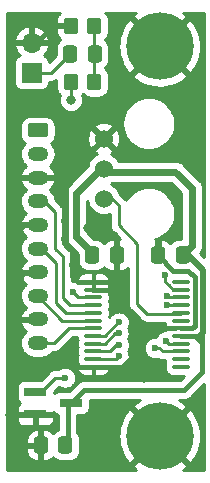
<source format=gbr>
G04 %TF.GenerationSoftware,KiCad,Pcbnew,(6.0.1)@% jlc*
G04 %TF.CreationDate,2022-07-06T21:26:52-07:00@% jlc*
G04 %TF.ProjectId,mu100-dit,6d753130-302d-4646-9974-2e6b69636164,rev?@% jlc*
G04 %TF.SameCoordinates,PX4a25ef0PY4c3f880@% jlc*
G04 %TF.FileFunction,Copper,L1,Top@% jlc*
G04 %TF.FilePolarity,Positive@% jlc*
%FSLAX46Y46*%
G04 Gerber Fmt 4.6, Leading zero omitted, Abs format (unit mm)*
G04 Created by KiCad (PCBNEW (6.0.1)) date 2022-07-06 21:26:52*
%MOMM*%
%LPD*%
G01*
G04 APERTURE LIST*
G04 Aperture macros list*
%AMRoundRect*
0 Rectangle with rounded corners*
0 $1 Rounding radius*
0 $2 $3 $4 $5 $6 $7 $8 $9 X,Y pos of 4 corners*
0 Add a 4 corners polygon primitive as box body*
4,1,4,$2,$3,$4,$5,$6,$7,$8,$9,$2,$3,0*
0 Add four circle primitives for the rounded corners*
1,1,$1+$1,$2,$3*
1,1,$1+$1,$4,$5*
1,1,$1+$1,$6,$7*
1,1,$1+$1,$8,$9*
0 Add four rect primitives between the rounded corners*
20,1,$1+$1,$2,$3,$4,$5,0*
20,1,$1+$1,$4,$5,$6,$7,0*
20,1,$1+$1,$6,$7,$8,$9,0*
20,1,$1+$1,$8,$9,$2,$3,0*%
G04 Aperture macros list end*
G04 %TA.AperFunction,SMDPad,CuDef@% jlc*
%ADD10RoundRect,0.250000X-0.337500X-0.475000X0.337500X-0.475000X0.337500X0.475000X-0.337500X0.475000X0*%
G04 %TD@% jlc*
G04 %TA.AperFunction,ComponentPad@% jlc*
%ADD11RoundRect,0.250000X-0.625000X0.350000X-0.625000X-0.350000X0.625000X-0.350000X0.625000X0.350000X0*%
G04 %TD@% jlc*
G04 %TA.AperFunction,ComponentPad@% jlc*
%ADD12O,1.750000X1.200000*%
G04 %TD@% jlc*
G04 %TA.AperFunction,SMDPad,CuDef@% jlc*
%ADD13RoundRect,0.100000X-0.637500X-0.100000X0.637500X-0.100000X0.637500X0.100000X-0.637500X0.100000X0*%
G04 %TD@% jlc*
G04 %TA.AperFunction,ConnectorPad@% jlc*
%ADD14C,5.700000*%
G04 %TD@% jlc*
G04 %TA.AperFunction,ComponentPad@% jlc*
%ADD15C,3.600000*%
G04 %TD@% jlc*
G04 %TA.AperFunction,SMDPad,CuDef@% jlc*
%ADD16RoundRect,0.250000X-0.350000X-0.450000X0.350000X-0.450000X0.350000X0.450000X-0.350000X0.450000X0*%
G04 %TD@% jlc*
G04 %TA.AperFunction,ComponentPad@% jlc*
%ADD17C,1.524000*%
G04 %TD@% jlc*
G04 %TA.AperFunction,SMDPad,CuDef@% jlc*
%ADD18R,1.900000X0.800000*%
G04 %TD@% jlc*
G04 %TA.AperFunction,SMDPad,CuDef@% jlc*
%ADD19RoundRect,0.250000X0.337500X0.475000X-0.337500X0.475000X-0.337500X-0.475000X0.337500X-0.475000X0*%
G04 %TD@% jlc*
G04 %TA.AperFunction,ComponentPad@% jlc*
%ADD20R,1.700000X1.700000*%
G04 %TD@% jlc*
G04 %TA.AperFunction,ComponentPad@% jlc*
%ADD21O,1.700000X1.700000*%
G04 %TD@% jlc*
G04 %TA.AperFunction,ViaPad@% jlc*
%ADD22C,0.800000*%
G04 %TD@% jlc*
G04 %TA.AperFunction,ViaPad@% jlc*
%ADD23C,0.750000*%
G04 %TD@% jlc*
G04 %TA.AperFunction,ViaPad@% jlc*
%ADD24C,0.600000*%
G04 %TD@% jlc*
G04 %TA.AperFunction,Conductor@% jlc*
%ADD25C,0.600000*%
G04 %TD@% jlc*
G04 %TA.AperFunction,Conductor@% jlc*
%ADD26C,0.400000*%
G04 %TD@% jlc*
G04 %TA.AperFunction,Conductor@% jlc*
%ADD27C,0.500000*%
G04 %TD@% jlc*
G04 %TA.AperFunction,Conductor@% jlc*
%ADD28C,0.250000*%
G04 %TD@% jlc*
G04 %TA.AperFunction,Conductor@% jlc*
%ADD29C,0.254000*%
G04 %TD@% jlc*
G04 APERTURE END LIST*
D10*
G04 %TO.P,C3,1@% jlc*
G04 %TO.N,GND@% jlc*
X81292500Y-117227000D03*
G04 %TO.P,C3,2@% jlc*
G04 %TO.N,+5V@% jlc*
X83367500Y-117227000D03*
G04 %TD@% jlc*
D11*
G04 %TO.P,J1,1,Pin_1@% jlc*
G04 %TO.N,unconnected-(J1-Pad1)@% jlc*
X81030000Y-90572000D03*
D12*
G04 %TO.P,J1,2,Pin_2@% jlc*
G04 %TO.N,+5V@% jlc*
X81030000Y-92572000D03*
G04 %TO.P,J1,3,Pin_3@% jlc*
G04 %TO.N,GND@% jlc*
X81030000Y-94572000D03*
G04 %TO.P,J1,4,Pin_4@% jlc*
G04 %TO.N,/MCLK@% jlc*
X81030000Y-96572000D03*
G04 %TO.P,J1,5,Pin_5@% jlc*
G04 %TO.N,GND@% jlc*
X81030000Y-98572000D03*
G04 %TO.P,J1,6,Pin_6@% jlc*
G04 %TO.N,/SDAT@% jlc*
X81030000Y-100572000D03*
G04 %TO.P,J1,7,Pin_7@% jlc*
G04 %TO.N,GND@% jlc*
X81030000Y-102572000D03*
G04 %TO.P,J1,8,Pin_8@% jlc*
G04 %TO.N,/BICK@% jlc*
X81030000Y-104572000D03*
G04 %TO.P,J1,9,Pin_9@% jlc*
G04 %TO.N,GND@% jlc*
X81030000Y-106572000D03*
G04 %TO.P,J1,10,Pin_10@% jlc*
G04 %TO.N,/LRCK@% jlc*
X81030000Y-108572000D03*
G04 %TD@% jlc*
D13*
G04 %TO.P,U2,1,V1@% jlc*
G04 %TO.N,GND@% jlc*
X85739500Y-103413427D03*
G04 %TO.P,U2,2,TRANS@% jlc*
X85739500Y-104063427D03*
G04 %TO.P,U2,3,PDN@% jlc*
G04 %TO.N,/RESET@% jlc*
X85739500Y-104713427D03*
G04 %TO.P,U2,4,MCLK@% jlc*
G04 %TO.N,/MCLK@% jlc*
X85739500Y-105363427D03*
G04 %TO.P,U2,5,SDTI@% jlc*
G04 %TO.N,/SDAT@% jlc*
X85739500Y-106013427D03*
G04 %TO.P,U2,6,BICK@% jlc*
G04 %TO.N,/BICK@% jlc*
X85739500Y-106663427D03*
G04 %TO.P,U2,7,LRCK@% jlc*
G04 %TO.N,/LRCK@% jlc*
X85739500Y-107313427D03*
G04 %TO.P,U2,8,FS0/CSN@% jlc*
G04 %TO.N,/FS0@% jlc*
X85739500Y-107963427D03*
G04 %TO.P,U2,9,FS1/CDTI@% jlc*
G04 %TO.N,/FS1@% jlc*
X85739500Y-108613427D03*
G04 %TO.P,U2,10,FS2/CCLK@% jlc*
G04 %TO.N,/FS2@% jlc*
X85739500Y-109263427D03*
G04 %TO.P,U2,11,FS3/CDTO@% jlc*
G04 %TO.N,/FS3@% jlc*
X85739500Y-109913427D03*
G04 %TO.P,U2,12,C1@% jlc*
G04 %TO.N,GND@% jlc*
X85739500Y-110563427D03*
G04 %TO.P,U2,13,ANS@% jlc*
G04 %TO.N,unconnected-(U2-Pad13)@% jlc*
X93164500Y-110563427D03*
G04 %TO.P,U2,14,BLS@% jlc*
G04 %TO.N,unconnected-(U2-Pad14)@% jlc*
X93164500Y-109913427D03*
G04 %TO.P,U2,15,CKS0@% jlc*
G04 %TO.N,/CKS0@% jlc*
X93164500Y-109263427D03*
G04 %TO.P,U2,16,CKS1@% jlc*
G04 %TO.N,/CKS1@% jlc*
X93164500Y-108613427D03*
G04 %TO.P,U2,17,VDD@% jlc*
G04 %TO.N,+5V@% jlc*
X93164500Y-107963427D03*
G04 %TO.P,U2,18,VSS@% jlc*
G04 %TO.N,GND@% jlc*
X93164500Y-107313427D03*
G04 %TO.P,U2,19,TXN@% jlc*
G04 %TO.N,unconnected-(U2-Pad19)@% jlc*
X93164500Y-106663427D03*
G04 %TO.P,U2,20,TXP@% jlc*
G04 %TO.N,/TXP@% jlc*
X93164500Y-106013427D03*
G04 %TO.P,U2,21,DIF0@% jlc*
G04 %TO.N,/DIF0@% jlc*
X93164500Y-105363427D03*
G04 %TO.P,U2,22,DIF1@% jlc*
G04 %TO.N,/DIF1@% jlc*
X93164500Y-104713427D03*
G04 %TO.P,U2,23,DIF2@% jlc*
G04 %TO.N,/DIF2@% jlc*
X93164500Y-104063427D03*
G04 %TO.P,U2,24,U1@% jlc*
G04 %TO.N,unconnected-(U2-Pad24)@% jlc*
X93164500Y-103413427D03*
G04 %TD@% jlc*
D14*
G04 %TO.P,H1,1,1@% jlc*
G04 %TO.N,GND@% jlc*
X91350000Y-83452000D03*
D15*
X91350000Y-83452000D03*
G04 %TD@% jlc*
D16*
G04 %TO.P,R1,1@% jlc*
G04 %TO.N,/TXP@% jlc*
X83828572Y-86452000D03*
G04 %TO.P,R1,2@% jlc*
G04 %TO.N,Net-(C4-Pad1)@% jlc*
X85828572Y-86452000D03*
G04 %TD@% jlc*
D17*
G04 %TO.P,U1,1,GND@% jlc*
G04 %TO.N,GND@% jlc*
X86620000Y-91262000D03*
G04 %TO.P,U1,2,VCC@% jlc*
G04 %TO.N,+5V@% jlc*
X86620000Y-93802000D03*
G04 %TO.P,U1,3,Input@% jlc*
G04 %TO.N,/TXP@% jlc*
X86620000Y-96342000D03*
G04 %TD@% jlc*
D10*
G04 %TO.P,C2,1@% jlc*
G04 %TO.N,GND@% jlc*
X91208500Y-101140000D03*
G04 %TO.P,C2,2@% jlc*
G04 %TO.N,+5V@% jlc*
X93283500Y-101140000D03*
G04 %TD@% jlc*
D18*
G04 %TO.P,U3,1,\u002ARESET@% jlc*
G04 %TO.N,/RESET@% jlc*
X80830000Y-112702000D03*
G04 %TO.P,U3,2,GND@% jlc*
G04 %TO.N,GND@% jlc*
X80830000Y-114602000D03*
G04 %TO.P,U3,3,VCC@% jlc*
G04 %TO.N,+5V@% jlc*
X83830000Y-113652000D03*
G04 %TD@% jlc*
D16*
G04 %TO.P,R2,1@% jlc*
G04 %TO.N,GND@% jlc*
X83828572Y-81702000D03*
G04 %TO.P,R2,2@% jlc*
G04 %TO.N,Net-(C4-Pad1)@% jlc*
X85828572Y-81702000D03*
G04 %TD@% jlc*
D19*
G04 %TO.P,C4,1@% jlc*
G04 %TO.N,Net-(C4-Pad1)@% jlc*
X85836072Y-84077000D03*
G04 %TO.P,C4,2@% jlc*
G04 %TO.N,Net-(C4-Pad2)@% jlc*
X83761072Y-84077000D03*
G04 %TD@% jlc*
G04 %TO.P,C1,1@% jlc*
G04 %TO.N,GND@% jlc*
X87695500Y-101140000D03*
G04 %TO.P,C1,2@% jlc*
G04 %TO.N,+5V@% jlc*
X85620500Y-101140000D03*
G04 %TD@% jlc*
D14*
G04 %TO.P,H2,1,1@% jlc*
G04 %TO.N,GND@% jlc*
X91350000Y-116452000D03*
D15*
X91350000Y-116452000D03*
G04 %TD@% jlc*
D20*
G04 %TO.P,J2,1,Pin_1@% jlc*
G04 %TO.N,Net-(C4-Pad2)@% jlc*
X80510000Y-85675000D03*
D21*
G04 %TO.P,J2,2,Pin_2@% jlc*
G04 %TO.N,GND@% jlc*
X80510000Y-83135000D03*
G04 %TD@% jlc*
D22*
G04 %TO.N,GND@% jlc*
X88110000Y-113772000D03*
X87480000Y-111482000D03*
X90030000Y-111532000D03*
X81763200Y-88054600D03*
X87500000Y-99482000D03*
D23*
X83300000Y-96802600D03*
X83990000Y-101972000D03*
D22*
X85930000Y-113752000D03*
X92750000Y-99122000D03*
D23*
X83300000Y-99738600D03*
D22*
X84060000Y-92542000D03*
X79248600Y-117290000D03*
X87850000Y-87882000D03*
X78715200Y-114623000D03*
D23*
X83300000Y-95352000D03*
X83300000Y-98270600D03*
D22*
X92430000Y-95692000D03*
X85300000Y-98872000D03*
X89130000Y-92702000D03*
X87910000Y-81082000D03*
D24*
G04 %TO.N,/RESET@% jlc*
X83330000Y-111502000D03*
X83980000Y-104232000D03*
G04 %TO.N,/FS0@% jlc*
X87889978Y-106829600D03*
G04 %TO.N,/FS1@% jlc*
X87877200Y-107744000D03*
G04 %TO.N,/FS2@% jlc*
X87885439Y-108751761D03*
G04 %TO.N,/FS3@% jlc*
X87877200Y-109674400D03*
D22*
G04 %TO.N,/TXP@% jlc*
X83846000Y-87978400D03*
D24*
G04 %TO.N,/DIF0@% jlc*
X91999400Y-105388927D03*
G04 %TO.N,/DIF1@% jlc*
X91999400Y-104564600D03*
G04 %TO.N,/DIF2@% jlc*
X91839600Y-102841800D03*
G04 %TO.N,/CKS0@% jlc*
X90925200Y-109003500D03*
G04 %TO.N,/CKS1@% jlc*
X91915800Y-108379000D03*
G04 %TD@% jlc*
D25*
G04 %TO.N,GND@% jlc*
X82550000Y-94572000D02*
X83300000Y-95322000D01*
D26*
X92520500Y-102452000D02*
X91208500Y-101140000D01*
D25*
X83300000Y-95352000D02*
X83300000Y-99738600D01*
D26*
X83655000Y-109902000D02*
X80155000Y-109902000D01*
X86991427Y-104063427D02*
X87130000Y-104202000D01*
X88118573Y-110563427D02*
X85739500Y-110563427D01*
X85739500Y-103413427D02*
X87130000Y-103413427D01*
X78588000Y-104246000D02*
X79292000Y-104950000D01*
X89940000Y-108780000D02*
X89940000Y-108162000D01*
X93775000Y-102452000D02*
X92520500Y-102452000D01*
X81030000Y-98572000D02*
X79828000Y-98572000D01*
X78480000Y-99920000D02*
X78480000Y-104022000D01*
X90798573Y-107303427D02*
X92675500Y-107303427D01*
D25*
X83990000Y-101972000D02*
X83990000Y-100786010D01*
D26*
X79292000Y-109039000D02*
X79292000Y-106474000D01*
X94325480Y-107096520D02*
X94325480Y-103002480D01*
D25*
X83990000Y-102930600D02*
X83990000Y-101972000D01*
X83990000Y-100786010D02*
X83312600Y-100108610D01*
D26*
X88156573Y-110563427D02*
X89940000Y-108780000D01*
X94325480Y-103002480D02*
X93775000Y-102452000D01*
X81030000Y-94572000D02*
X79256000Y-94572000D01*
X81030000Y-94572000D02*
X82550000Y-94572000D01*
X84472827Y-103413427D02*
X85739500Y-103413427D01*
X79390000Y-106572000D02*
X79292000Y-106474000D01*
X79256000Y-94572000D02*
X78480000Y-95348000D01*
D25*
X84100000Y-103040600D02*
X83990000Y-102930600D01*
D26*
X85739500Y-110563427D02*
X84316427Y-110563427D01*
X85739500Y-104063427D02*
X86991427Y-104063427D01*
X94108573Y-107313427D02*
X94325480Y-107096520D01*
X78480000Y-104022000D02*
X78588000Y-104130000D01*
X87130000Y-104412000D02*
X88910000Y-106192000D01*
X79828000Y-98572000D02*
X78480000Y-99920000D01*
X83828572Y-81702000D02*
X82343000Y-81702000D01*
X88910000Y-106192000D02*
X88910000Y-107432000D01*
X78588000Y-104130000D02*
X78588000Y-104246000D01*
X84316427Y-110563427D02*
X83655000Y-109902000D01*
D25*
X83312600Y-100108610D02*
X83312600Y-99713200D01*
D26*
X87130000Y-104202000D02*
X87130000Y-104412000D01*
X79292000Y-104950000D02*
X79292000Y-106474000D01*
X82343000Y-81702000D02*
X80910000Y-83135000D01*
X80155000Y-109902000D02*
X79292000Y-109039000D01*
X79930000Y-102572000D02*
X78480000Y-104022000D01*
X78480000Y-95348000D02*
X78480000Y-99920000D01*
D25*
X83300000Y-95322000D02*
X83300000Y-95352000D01*
D26*
X93164500Y-107313427D02*
X94108573Y-107313427D01*
X87130000Y-103413427D02*
X87130000Y-104202000D01*
X89940000Y-108162000D02*
X90798573Y-107303427D01*
X81030000Y-102572000D02*
X79930000Y-102572000D01*
X84100000Y-103040600D02*
X84472827Y-103413427D01*
X81030000Y-106572000D02*
X79390000Y-106572000D01*
G04 %TO.N,+5V@% jlc*
X93430000Y-112552000D02*
X84930000Y-112552000D01*
D25*
X94090000Y-95462000D02*
X92690000Y-94062000D01*
X85620500Y-100892500D02*
X85620500Y-101140000D01*
X94090000Y-100312000D02*
X94090000Y-95462000D01*
D26*
X94920000Y-108564854D02*
X94920000Y-111062000D01*
X83555000Y-113927000D02*
X83555000Y-116914500D01*
X94068573Y-107963427D02*
X94318573Y-107963427D01*
D27*
X94990000Y-102372000D02*
X93758000Y-101140000D01*
D26*
X83555000Y-116914500D02*
X83367500Y-117102000D01*
D27*
X93758000Y-101140000D02*
X93029500Y-101140000D01*
X94990000Y-107712000D02*
X94990000Y-102372000D01*
D26*
X94920000Y-111062000D02*
X93430000Y-112552000D01*
D25*
X93516000Y-100886000D02*
X94090000Y-100312000D01*
D26*
X94930000Y-108522000D02*
X94930000Y-107932000D01*
X84930000Y-112552000D02*
X83830000Y-113652000D01*
D27*
X94660000Y-108042000D02*
X94990000Y-107712000D01*
D25*
X86370000Y-93802000D02*
X84300000Y-95872000D01*
D26*
X94318573Y-107963427D02*
X94920000Y-108564854D01*
X83830000Y-113652000D02*
X83555000Y-113927000D01*
D25*
X84300000Y-95872000D02*
X84300000Y-99572000D01*
D26*
X94318573Y-107963427D02*
X93164500Y-107963427D01*
D25*
X84300000Y-99572000D02*
X85620500Y-100892500D01*
X92690000Y-94062000D02*
X86880000Y-94062000D01*
X86371000Y-93802000D02*
X86370000Y-93802000D01*
X86880000Y-94062000D02*
X86620000Y-93802000D01*
D28*
G04 %TO.N,/LRCK@% jlc*
X83660357Y-107313427D02*
X82401784Y-108572000D01*
X85739500Y-107313427D02*
X83660357Y-107313427D01*
X82401784Y-108572000D02*
X81030000Y-108572000D01*
G04 %TO.N,/SDAT@% jlc*
X83403427Y-106013427D02*
X85739500Y-106013427D01*
X81030000Y-100572000D02*
X81390000Y-100572000D01*
X82610000Y-101792000D02*
X82610000Y-105220000D01*
X82610000Y-105220000D02*
X83403427Y-106013427D01*
X81390000Y-100572000D02*
X82610000Y-101792000D01*
G04 %TO.N,/RESET@% jlc*
X83980000Y-104232000D02*
X84461427Y-104713427D01*
X81330000Y-112702000D02*
X80830000Y-112702000D01*
X83330000Y-111502000D02*
X82530000Y-111502000D01*
X82530000Y-111502000D02*
X81330000Y-112702000D01*
X84461427Y-104713427D02*
X85739500Y-104713427D01*
G04 %TO.N,/MCLK@% jlc*
X82499800Y-100571800D02*
X83170000Y-101242000D01*
X81580000Y-96572000D02*
X82499800Y-97491800D01*
X83170000Y-101242000D02*
X83170000Y-104782000D01*
X83170000Y-104782000D02*
X83751427Y-105363427D01*
X81030000Y-96572000D02*
X81580000Y-96572000D01*
X83751427Y-105363427D02*
X85739500Y-105363427D01*
X82499800Y-97491800D02*
X82499800Y-100571800D01*
G04 %TO.N,/FS0@% jlc*
X86699662Y-107963427D02*
X85739500Y-107963427D01*
X87833489Y-106829600D02*
X86699662Y-107963427D01*
X87889978Y-106829600D02*
X87833489Y-106829600D01*
G04 %TO.N,/FS1@% jlc*
X87877200Y-107744000D02*
X87554807Y-107744000D01*
X87554807Y-107744000D02*
X86685380Y-108613427D01*
X86685380Y-108613427D02*
X85739500Y-108613427D01*
G04 %TO.N,/FS2@% jlc*
X87885439Y-108751761D02*
X87680239Y-108751761D01*
X87168573Y-109263427D02*
X85739500Y-109263427D01*
X87680239Y-108751761D02*
X87168573Y-109263427D01*
G04 %TO.N,/FS3@% jlc*
X87877200Y-109674400D02*
X87638173Y-109913427D01*
X87638173Y-109913427D02*
X85739500Y-109913427D01*
G04 %TO.N,/TXP@% jlc*
X93089327Y-106088600D02*
X93164500Y-106013427D01*
X89440000Y-100162000D02*
X89440000Y-105231000D01*
X87880000Y-98602000D02*
X89440000Y-100162000D01*
X86620000Y-96342000D02*
X87320000Y-96342000D01*
X83846000Y-87978400D02*
X83828572Y-87960972D01*
X89440000Y-105231000D02*
X90297600Y-106088600D01*
X83828572Y-87960972D02*
X83828572Y-86452000D01*
X90297600Y-106088600D02*
X93089327Y-106088600D01*
X87880000Y-96902000D02*
X87880000Y-98602000D01*
X87320000Y-96342000D02*
X87880000Y-96902000D01*
G04 %TO.N,/DIF0@% jlc*
X91999400Y-105388927D02*
X92024900Y-105363427D01*
X92024900Y-105363427D02*
X93164500Y-105363427D01*
G04 %TO.N,/DIF1@% jlc*
X91999400Y-104564600D02*
X92148227Y-104713427D01*
X92148227Y-104713427D02*
X93164500Y-104713427D01*
G04 %TO.N,/DIF2@% jlc*
X91839600Y-102841800D02*
X91839600Y-103411600D01*
X92102480Y-103689268D02*
X92476639Y-104063427D01*
X91839600Y-103411600D02*
X92102480Y-103674480D01*
X92476639Y-104063427D02*
X93164500Y-104063427D01*
X92102480Y-103674480D02*
X92102480Y-103689268D01*
G04 %TO.N,/CKS0@% jlc*
X91331500Y-109003500D02*
X91591427Y-109263427D01*
X90925200Y-109003500D02*
X91331500Y-109003500D01*
X91591427Y-109263427D02*
X93164500Y-109263427D01*
G04 %TO.N,/BICK@% jlc*
X81030000Y-104572000D02*
X83121427Y-106663427D01*
X83121427Y-106663427D02*
X85739500Y-106663427D01*
G04 %TO.N,/CKS1@% jlc*
X92150227Y-108613427D02*
X93164500Y-108613427D01*
X91915800Y-108379000D02*
X92150227Y-108613427D01*
G04 %TO.N,Net-(C4-Pad1)@% jlc*
X85828572Y-86252000D02*
X86028572Y-86452000D01*
X85828572Y-81909500D02*
X85828572Y-86252000D01*
G04 %TO.N,Net-(C4-Pad2)@% jlc*
X83761072Y-84077000D02*
X82163072Y-85675000D01*
X82163072Y-85675000D02*
X80910000Y-85675000D01*
G04 %TD@% jlc*
G04 %TO.N,GND@% jlc*
D29*
X82790489Y-80689991D02*
X82772402Y-80712893D01*
X82679654Y-80863359D01*
X82667321Y-80889807D01*
X82611675Y-81057573D01*
X82605924Y-81084399D01*
X82595228Y-81188795D01*
X82594572Y-81201637D01*
X82594572Y-81448000D01*
X82614574Y-81516121D01*
X82668230Y-81562614D01*
X82720572Y-81574000D01*
X83956572Y-81574000D01*
X83956572Y-81830000D01*
X82720573Y-81830000D01*
X82652452Y-81850002D01*
X82605959Y-81903658D01*
X82594573Y-81956000D01*
X82594573Y-82202362D01*
X82595246Y-82215365D01*
X82606213Y-82321066D01*
X82612016Y-82347939D01*
X82667954Y-82515608D01*
X82680334Y-82542035D01*
X82773345Y-82692338D01*
X82791471Y-82715208D01*
X82916563Y-82840083D01*
X82939465Y-82858170D01*
X82942070Y-82859776D01*
X82882921Y-82896378D01*
X82860051Y-82914504D01*
X82735094Y-83039679D01*
X82717007Y-83062581D01*
X82624197Y-83213146D01*
X82611864Y-83239595D01*
X82556182Y-83407472D01*
X82550431Y-83434296D01*
X82539728Y-83538757D01*
X82539072Y-83551600D01*
X82539072Y-84224905D01*
X81994120Y-84769857D01*
X81993763Y-84763258D01*
X81987008Y-84701076D01*
X81979727Y-84670454D01*
X81928597Y-84534065D01*
X81911441Y-84502730D01*
X81824087Y-84386174D01*
X81798826Y-84360913D01*
X81682270Y-84273559D01*
X81650935Y-84256403D01*
X81531917Y-84211785D01*
X81636653Y-84107413D01*
X81650035Y-84091689D01*
X81780344Y-83910345D01*
X81790979Y-83892646D01*
X81889921Y-83692453D01*
X81897522Y-83673255D01*
X81962438Y-83459592D01*
X81966802Y-83439408D01*
X81971273Y-83405445D01*
X81960333Y-83335297D01*
X81913205Y-83282198D01*
X81846351Y-83263000D01*
X79175110Y-83263000D01*
X79106989Y-83283002D01*
X79060496Y-83336658D01*
X79050392Y-83406932D01*
X79052193Y-83416701D01*
X79086784Y-83570190D01*
X79092958Y-83589893D01*
X79176971Y-83796794D01*
X79186281Y-83815225D01*
X79302959Y-84005626D01*
X79315155Y-84022288D01*
X79461364Y-84191076D01*
X79476116Y-84205523D01*
X79485035Y-84212928D01*
X79369065Y-84256403D01*
X79337730Y-84273559D01*
X79221174Y-84360913D01*
X79195913Y-84386174D01*
X79108559Y-84502730D01*
X79091403Y-84534065D01*
X79040273Y-84670454D01*
X79032992Y-84701076D01*
X79026237Y-84763258D01*
X79025500Y-84776866D01*
X79025500Y-86573134D01*
X79026237Y-86586742D01*
X79032992Y-86648924D01*
X79040273Y-86679546D01*
X79091403Y-86815935D01*
X79108559Y-86847270D01*
X79195913Y-86963826D01*
X79221174Y-86989087D01*
X79337730Y-87076441D01*
X79369065Y-87093597D01*
X79505454Y-87144727D01*
X79536076Y-87152008D01*
X79598258Y-87158763D01*
X79611866Y-87159500D01*
X81408134Y-87159500D01*
X81421742Y-87158763D01*
X81483924Y-87152008D01*
X81514546Y-87144727D01*
X81650935Y-87093597D01*
X81682270Y-87076441D01*
X81798826Y-86989087D01*
X81824087Y-86963826D01*
X81911441Y-86847270D01*
X81928597Y-86815935D01*
X81979727Y-86679546D01*
X81987008Y-86648924D01*
X81993763Y-86586742D01*
X81994500Y-86573134D01*
X81994500Y-86434500D01*
X82084305Y-86434500D01*
X82106940Y-86436640D01*
X82175017Y-86434500D01*
X82202928Y-86434500D01*
X82218718Y-86433507D01*
X82222729Y-86433000D01*
X82266920Y-86431611D01*
X82298113Y-86426670D01*
X82317564Y-86421019D01*
X82337662Y-86418480D01*
X82368253Y-86410626D01*
X82409367Y-86394348D01*
X82451817Y-86382015D01*
X82480805Y-86369471D01*
X82498241Y-86359159D01*
X82517071Y-86351704D01*
X82544749Y-86336489D01*
X82580519Y-86310501D01*
X82594072Y-86302486D01*
X82594072Y-86952400D01*
X82594745Y-86965404D01*
X82605719Y-87071170D01*
X82611522Y-87098042D01*
X82667498Y-87265822D01*
X82679878Y-87292249D01*
X82772950Y-87442651D01*
X82791076Y-87465521D01*
X82892256Y-87566525D01*
X82891640Y-87567908D01*
X82832625Y-87749536D01*
X82827148Y-87775302D01*
X82807186Y-87965230D01*
X82807186Y-87991570D01*
X82827148Y-88181498D01*
X82832625Y-88207264D01*
X82891640Y-88388892D01*
X82902354Y-88412956D01*
X82997841Y-88578344D01*
X83013324Y-88599654D01*
X83141111Y-88741576D01*
X83160686Y-88759202D01*
X83315187Y-88871454D01*
X83337999Y-88884625D01*
X83512463Y-88962301D01*
X83537515Y-88970441D01*
X83724316Y-89010147D01*
X83750513Y-89012900D01*
X83941487Y-89012900D01*
X83967684Y-89010147D01*
X84154485Y-88970441D01*
X84179537Y-88962301D01*
X84354001Y-88884625D01*
X84376813Y-88871454D01*
X84531314Y-88759202D01*
X84550889Y-88741576D01*
X84678676Y-88599654D01*
X84694159Y-88578344D01*
X84789646Y-88412956D01*
X84800360Y-88388892D01*
X84859375Y-88207264D01*
X84864852Y-88181498D01*
X84884814Y-87991570D01*
X84884814Y-87965230D01*
X84864852Y-87775302D01*
X84859375Y-87749536D01*
X84800360Y-87567908D01*
X84789646Y-87543844D01*
X84788920Y-87542587D01*
X84828529Y-87502909D01*
X84916251Y-87590478D01*
X84939153Y-87608565D01*
X85089718Y-87701375D01*
X85116167Y-87713708D01*
X85284044Y-87769390D01*
X85310868Y-87775141D01*
X85415329Y-87785844D01*
X85428172Y-87786500D01*
X86228972Y-87786500D01*
X86241976Y-87785827D01*
X86347742Y-87774853D01*
X86374614Y-87769050D01*
X86542394Y-87713074D01*
X86568821Y-87700694D01*
X86719223Y-87607622D01*
X86742093Y-87589496D01*
X86867050Y-87464321D01*
X86885137Y-87441419D01*
X86977947Y-87290854D01*
X86990280Y-87264405D01*
X87045962Y-87096528D01*
X87051713Y-87069704D01*
X87062416Y-86965243D01*
X87063072Y-86952400D01*
X87063072Y-85975830D01*
X89035476Y-85975830D01*
X89040541Y-86046645D01*
X89071555Y-86093716D01*
X89074449Y-86096481D01*
X89084787Y-86105340D01*
X89373350Y-86326763D01*
X89384595Y-86334463D01*
X89695385Y-86523426D01*
X89707395Y-86529866D01*
X90036774Y-86684158D01*
X90049409Y-86689263D01*
X90393526Y-86807081D01*
X90406639Y-86810791D01*
X90761467Y-86890755D01*
X90774904Y-86893028D01*
X91136293Y-86934203D01*
X91149897Y-86935011D01*
X91513618Y-86936915D01*
X91527230Y-86936250D01*
X91889030Y-86898862D01*
X91902490Y-86896730D01*
X92258136Y-86820486D01*
X92271287Y-86816913D01*
X92616619Y-86702705D01*
X92629307Y-86697732D01*
X92960284Y-86546897D01*
X92972361Y-86540583D01*
X93285112Y-86354885D01*
X93296437Y-86347304D01*
X93587304Y-86128915D01*
X93597744Y-86120155D01*
X93626308Y-86093425D01*
X93662380Y-86032275D01*
X93659665Y-85961330D01*
X93629310Y-85912330D01*
X91439095Y-83722115D01*
X91376783Y-83688089D01*
X91305968Y-83693154D01*
X91260905Y-83722115D01*
X89069502Y-85913518D01*
X89035476Y-85975830D01*
X87063072Y-85975830D01*
X87063072Y-85951600D01*
X87062399Y-85938596D01*
X87051425Y-85832830D01*
X87045622Y-85805958D01*
X86989646Y-85638178D01*
X86977266Y-85611751D01*
X86884194Y-85461349D01*
X86866068Y-85438479D01*
X86740893Y-85313522D01*
X86717991Y-85295435D01*
X86685491Y-85275402D01*
X86714223Y-85257622D01*
X86737093Y-85239496D01*
X86862050Y-85114321D01*
X86880137Y-85091419D01*
X86972947Y-84940854D01*
X86985280Y-84914405D01*
X87040962Y-84746528D01*
X87046713Y-84719704D01*
X87057416Y-84615243D01*
X87058072Y-84602400D01*
X87058072Y-83551600D01*
X87057399Y-83538596D01*
X87047857Y-83446636D01*
X87861249Y-83446636D01*
X87879651Y-83809897D01*
X87881076Y-83823450D01*
X87938603Y-84182599D01*
X87941483Y-84195919D01*
X88037460Y-84546754D01*
X88041761Y-84559685D01*
X88175068Y-84898103D01*
X88180741Y-84910494D01*
X88349816Y-85232535D01*
X88356794Y-85244241D01*
X88559661Y-85546139D01*
X88567863Y-85557023D01*
X88706231Y-85721339D01*
X88765410Y-85760562D01*
X88836399Y-85761564D01*
X88891706Y-85729274D01*
X91079885Y-83541095D01*
X91113911Y-83478783D01*
X91110080Y-83425217D01*
X91586089Y-83425217D01*
X91591154Y-83496032D01*
X91620115Y-83541095D01*
X93808180Y-85729160D01*
X93870492Y-85763186D01*
X93941307Y-85758121D01*
X93992800Y-85722230D01*
X94109941Y-85586042D01*
X94118256Y-85575244D01*
X94324273Y-85275487D01*
X94331373Y-85263855D01*
X94503812Y-84943602D01*
X94509615Y-84931271D01*
X94646458Y-84594268D01*
X94650894Y-84581383D01*
X94750540Y-84231572D01*
X94753560Y-84218283D01*
X94814844Y-83859756D01*
X94816410Y-83846218D01*
X94838615Y-83483170D01*
X94838849Y-83475918D01*
X94838931Y-83452440D01*
X94838748Y-83445186D01*
X94819078Y-83081992D01*
X94817606Y-83068444D01*
X94758826Y-82709498D01*
X94755899Y-82696188D01*
X94658698Y-82345690D01*
X94654352Y-82332774D01*
X94519865Y-81994823D01*
X94514148Y-81982452D01*
X94343949Y-81661003D01*
X94336931Y-81649322D01*
X94133012Y-81348134D01*
X94124772Y-81337279D01*
X93993419Y-81182392D01*
X93934105Y-81143375D01*
X93863112Y-81142620D01*
X93808228Y-81174792D01*
X91620115Y-83362905D01*
X91586089Y-83425217D01*
X91110080Y-83425217D01*
X91108846Y-83407968D01*
X91079885Y-83362905D01*
X88891810Y-81174830D01*
X88829498Y-81140804D01*
X88758683Y-81145869D01*
X88706903Y-81182095D01*
X88582626Y-81327606D01*
X88574350Y-81338432D01*
X88369380Y-81638906D01*
X88362320Y-81650563D01*
X88191001Y-81971417D01*
X88185242Y-81983767D01*
X88049576Y-82321245D01*
X88045184Y-82334146D01*
X87946759Y-82684303D01*
X87943786Y-82697603D01*
X87883754Y-83056342D01*
X87882235Y-83069885D01*
X87861297Y-83433008D01*
X87861249Y-83446636D01*
X87047857Y-83446636D01*
X87046425Y-83432830D01*
X87040622Y-83405958D01*
X86984646Y-83238178D01*
X86972266Y-83211751D01*
X86879194Y-83061349D01*
X86861068Y-83038479D01*
X86735893Y-82913522D01*
X86712991Y-82895435D01*
X86685501Y-82878490D01*
X86719223Y-82857622D01*
X86742093Y-82839496D01*
X86867050Y-82714321D01*
X86885137Y-82691419D01*
X86977947Y-82540854D01*
X86990280Y-82514405D01*
X87045962Y-82346528D01*
X87051713Y-82319704D01*
X87062416Y-82215243D01*
X87063072Y-82202400D01*
X87063072Y-81201600D01*
X87062399Y-81188596D01*
X87051425Y-81082830D01*
X87045622Y-81055958D01*
X86989646Y-80888178D01*
X86977266Y-80861751D01*
X86884194Y-80711349D01*
X86866068Y-80688479D01*
X86763410Y-80586000D01*
X89363728Y-80586000D01*
X89103366Y-80782911D01*
X89092956Y-80791707D01*
X89073004Y-80810509D01*
X89037146Y-80871785D01*
X89040108Y-80942719D01*
X89070323Y-80991303D01*
X91260905Y-83181885D01*
X91323217Y-83215911D01*
X91394032Y-83210846D01*
X91439095Y-83181885D01*
X93630073Y-80990907D01*
X93664099Y-80928595D01*
X93659034Y-80857780D01*
X93627713Y-80810417D01*
X93616318Y-80799603D01*
X93605937Y-80790768D01*
X93337140Y-80586000D01*
X95116000Y-80586000D01*
X95116000Y-101247129D01*
X94796771Y-100927900D01*
X94808665Y-100916253D01*
X94826419Y-100894484D01*
X94849905Y-100858041D01*
X94876947Y-100824166D01*
X94891917Y-100800395D01*
X94906513Y-100770201D01*
X94924676Y-100742018D01*
X94937166Y-100716858D01*
X94951993Y-100676122D01*
X94970862Y-100637089D01*
X94980191Y-100610596D01*
X94987736Y-100577918D01*
X94999204Y-100546409D01*
X95005810Y-100519106D01*
X95011243Y-100476101D01*
X95020995Y-100433861D01*
X95024224Y-100405955D01*
X95024366Y-100365367D01*
X95024500Y-100363231D01*
X95024500Y-100326867D01*
X95024857Y-100224570D01*
X95024500Y-100221283D01*
X95024500Y-95471214D01*
X95025444Y-95381099D01*
X95022605Y-95353152D01*
X95013445Y-95310787D01*
X95008612Y-95267699D01*
X95002389Y-95240308D01*
X94991358Y-95208632D01*
X94984273Y-95175862D01*
X94975314Y-95149241D01*
X94956994Y-95109954D01*
X94942736Y-95069010D01*
X94930600Y-95043679D01*
X94912828Y-95015237D01*
X94898657Y-94984848D01*
X94884021Y-94960871D01*
X94857453Y-94926620D01*
X94834481Y-94889856D01*
X94817033Y-94867841D01*
X94788431Y-94839038D01*
X94787017Y-94837435D01*
X94761338Y-94811756D01*
X94689221Y-94739134D01*
X94686644Y-94737062D01*
X93357329Y-93407747D01*
X93294252Y-93343335D01*
X93272484Y-93325582D01*
X93236050Y-93302102D01*
X93202165Y-93275052D01*
X93178395Y-93260083D01*
X93148201Y-93245487D01*
X93120018Y-93227324D01*
X93094858Y-93214834D01*
X93054122Y-93200007D01*
X93015089Y-93181138D01*
X92988595Y-93171808D01*
X92955917Y-93164264D01*
X92924410Y-93152796D01*
X92897106Y-93146190D01*
X92854091Y-93140756D01*
X92811860Y-93131006D01*
X92783955Y-93127777D01*
X92743385Y-93127635D01*
X92741231Y-93127500D01*
X92704581Y-93127500D01*
X92602570Y-93127144D01*
X92599293Y-93127500D01*
X87846343Y-93127500D01*
X87838683Y-93111074D01*
X87827701Y-93092053D01*
X87700190Y-92909948D01*
X87686072Y-92893124D01*
X87528876Y-92735928D01*
X87512052Y-92721810D01*
X87329948Y-92594299D01*
X87310927Y-92583317D01*
X87200285Y-92531724D01*
X87310676Y-92480248D01*
X87329696Y-92469266D01*
X87392875Y-92425028D01*
X87437204Y-92369571D01*
X87444513Y-92298952D01*
X87409700Y-92232720D01*
X86709095Y-91532115D01*
X86646783Y-91498089D01*
X86575968Y-91503154D01*
X86530905Y-91532115D01*
X85830300Y-92232720D01*
X85796274Y-92295032D01*
X85801339Y-92365847D01*
X85847125Y-92425028D01*
X85910304Y-92469266D01*
X85929324Y-92480248D01*
X86039715Y-92531724D01*
X85929074Y-92583317D01*
X85910053Y-92594299D01*
X85727948Y-92721810D01*
X85711124Y-92735928D01*
X85553928Y-92893124D01*
X85539810Y-92909948D01*
X85412299Y-93092053D01*
X85401317Y-93111074D01*
X85307365Y-93312554D01*
X85299853Y-93333193D01*
X85242315Y-93547926D01*
X85238501Y-93569556D01*
X85234440Y-93615978D01*
X83645747Y-95204671D01*
X83581335Y-95267748D01*
X83563582Y-95289516D01*
X83540102Y-95325950D01*
X83513052Y-95359835D01*
X83498083Y-95383605D01*
X83483487Y-95413799D01*
X83465324Y-95441982D01*
X83452834Y-95467142D01*
X83438007Y-95507878D01*
X83419138Y-95546911D01*
X83409808Y-95573405D01*
X83402264Y-95606083D01*
X83390796Y-95637590D01*
X83384190Y-95664894D01*
X83378756Y-95707909D01*
X83369006Y-95750140D01*
X83365777Y-95778045D01*
X83365635Y-95818615D01*
X83365500Y-95820769D01*
X83365500Y-95857419D01*
X83365144Y-95959430D01*
X83365500Y-95962707D01*
X83365500Y-99562786D01*
X83364556Y-99652901D01*
X83367395Y-99680848D01*
X83376555Y-99723213D01*
X83381388Y-99766301D01*
X83387611Y-99793692D01*
X83398642Y-99825368D01*
X83405727Y-99858138D01*
X83414686Y-99884759D01*
X83433006Y-99924046D01*
X83447264Y-99964990D01*
X83459400Y-99990321D01*
X83477172Y-100018763D01*
X83491343Y-100049152D01*
X83505979Y-100073129D01*
X83532547Y-100107380D01*
X83555519Y-100144144D01*
X83572967Y-100166159D01*
X83601569Y-100194962D01*
X83602983Y-100196565D01*
X83628662Y-100222244D01*
X83700779Y-100294866D01*
X83703356Y-100296938D01*
X84398500Y-100992082D01*
X84398500Y-101665400D01*
X84399173Y-101678404D01*
X84410147Y-101784170D01*
X84415950Y-101811042D01*
X84471926Y-101978822D01*
X84484306Y-102005249D01*
X84577378Y-102155651D01*
X84595504Y-102178521D01*
X84720679Y-102303478D01*
X84743581Y-102321565D01*
X84894146Y-102414375D01*
X84920595Y-102426708D01*
X85088472Y-102482390D01*
X85115296Y-102488141D01*
X85219757Y-102498844D01*
X85232600Y-102499500D01*
X86008400Y-102499500D01*
X86021404Y-102498827D01*
X86127170Y-102487853D01*
X86154042Y-102482050D01*
X86321822Y-102426074D01*
X86348249Y-102413694D01*
X86498651Y-102320622D01*
X86521521Y-102302496D01*
X86646478Y-102177321D01*
X86658316Y-102162332D01*
X86670899Y-102178208D01*
X86795991Y-102303083D01*
X86818893Y-102321170D01*
X86969359Y-102413918D01*
X86995807Y-102426251D01*
X87163573Y-102481897D01*
X87190399Y-102487648D01*
X87294795Y-102498344D01*
X87307637Y-102499000D01*
X87441500Y-102499000D01*
X87509621Y-102478998D01*
X87556114Y-102425342D01*
X87567500Y-102373000D01*
X87567500Y-99907001D01*
X87547498Y-99838880D01*
X87493842Y-99792387D01*
X87441500Y-99781001D01*
X87307638Y-99781001D01*
X87294635Y-99781674D01*
X87188934Y-99792641D01*
X87162061Y-99798444D01*
X86994392Y-99854382D01*
X86967965Y-99866762D01*
X86817662Y-99959773D01*
X86794792Y-99977899D01*
X86669917Y-100102991D01*
X86658326Y-100117667D01*
X86645496Y-100101479D01*
X86520321Y-99976522D01*
X86497419Y-99958435D01*
X86346854Y-99865625D01*
X86320405Y-99853292D01*
X86152528Y-99797610D01*
X86125704Y-99791859D01*
X86021243Y-99781156D01*
X86008400Y-99780500D01*
X85830082Y-99780500D01*
X85234500Y-99184918D01*
X85234500Y-96528711D01*
X85238501Y-96574444D01*
X85242315Y-96596074D01*
X85299853Y-96810807D01*
X85307365Y-96831446D01*
X85401317Y-97032926D01*
X85412299Y-97051947D01*
X85539810Y-97234052D01*
X85553928Y-97250876D01*
X85711124Y-97408072D01*
X85727948Y-97422190D01*
X85910052Y-97549701D01*
X85929073Y-97560683D01*
X86130554Y-97654635D01*
X86151193Y-97662147D01*
X86365926Y-97719685D01*
X86387556Y-97723499D01*
X86609019Y-97742874D01*
X86630981Y-97742874D01*
X86852444Y-97723499D01*
X86874074Y-97719685D01*
X87088807Y-97662147D01*
X87109446Y-97654635D01*
X87120500Y-97649480D01*
X87120500Y-98523233D01*
X87118360Y-98545868D01*
X87120500Y-98613945D01*
X87120500Y-98641856D01*
X87121493Y-98657646D01*
X87122000Y-98661657D01*
X87123389Y-98705848D01*
X87128330Y-98737041D01*
X87133981Y-98756492D01*
X87136520Y-98776590D01*
X87144374Y-98807181D01*
X87160652Y-98848295D01*
X87172985Y-98890745D01*
X87185529Y-98919733D01*
X87195841Y-98937169D01*
X87203296Y-98955999D01*
X87218511Y-98983677D01*
X87244499Y-99019447D01*
X87267005Y-99057502D01*
X87286363Y-99082457D01*
X87300684Y-99096778D01*
X87312592Y-99113168D01*
X87334212Y-99136192D01*
X87368289Y-99164383D01*
X87984906Y-99781000D01*
X87949500Y-99781000D01*
X87881379Y-99801002D01*
X87834886Y-99854658D01*
X87823500Y-99907000D01*
X87823500Y-102372999D01*
X87843502Y-102441120D01*
X87897158Y-102487613D01*
X87949500Y-102498999D01*
X88083362Y-102498999D01*
X88096365Y-102498326D01*
X88202066Y-102487359D01*
X88228939Y-102481556D01*
X88396608Y-102425618D01*
X88423035Y-102413238D01*
X88573338Y-102320227D01*
X88596208Y-102302101D01*
X88680500Y-102217663D01*
X88680500Y-105152233D01*
X88678360Y-105174868D01*
X88680500Y-105242945D01*
X88680500Y-105270856D01*
X88681493Y-105286646D01*
X88682000Y-105290657D01*
X88683389Y-105334848D01*
X88688330Y-105366041D01*
X88693981Y-105385492D01*
X88696520Y-105405590D01*
X88704374Y-105436181D01*
X88720652Y-105477295D01*
X88732985Y-105519745D01*
X88745529Y-105548733D01*
X88755841Y-105566169D01*
X88763296Y-105584999D01*
X88778511Y-105612677D01*
X88804499Y-105648447D01*
X88827005Y-105686502D01*
X88846363Y-105711457D01*
X88860684Y-105725778D01*
X88872592Y-105742168D01*
X88894212Y-105765192D01*
X88928289Y-105793383D01*
X89704848Y-106569942D01*
X89719347Y-106587468D01*
X89769014Y-106634108D01*
X89788736Y-106653830D01*
X89800600Y-106664291D01*
X89803793Y-106666768D01*
X89836027Y-106697037D01*
X89861580Y-106715602D01*
X89879332Y-106725361D01*
X89895332Y-106737772D01*
X89922520Y-106753851D01*
X89963086Y-106771405D01*
X90001839Y-106792710D01*
X90031205Y-106804336D01*
X90050826Y-106809374D01*
X90069415Y-106817418D01*
X90099743Y-106826230D01*
X90143411Y-106833147D01*
X90186236Y-106844142D01*
X90217570Y-106848100D01*
X90237824Y-106848100D01*
X90257832Y-106851269D01*
X90289401Y-106852261D01*
X90333419Y-106848100D01*
X91797310Y-106848100D01*
X91809240Y-106938722D01*
X91817753Y-106970495D01*
X91825452Y-106989081D01*
X91818241Y-107006489D01*
X91809728Y-107038260D01*
X91801997Y-107096980D01*
X91812936Y-107167129D01*
X91860064Y-107220228D01*
X91926919Y-107239427D01*
X91966431Y-107239427D01*
X91993051Y-107274118D01*
X92016309Y-107297376D01*
X92037226Y-107313427D01*
X92016308Y-107329478D01*
X91993051Y-107352736D01*
X91966431Y-107387427D01*
X91926920Y-107387427D01*
X91858799Y-107407429D01*
X91822698Y-107449092D01*
X91727917Y-107459054D01*
X91700483Y-107465086D01*
X91528774Y-107523540D01*
X91503357Y-107535501D01*
X91348866Y-107630545D01*
X91326730Y-107647839D01*
X91197135Y-107774748D01*
X91179382Y-107796516D01*
X91081124Y-107948983D01*
X91068634Y-107974143D01*
X91031904Y-108075057D01*
X90945799Y-108064790D01*
X90917709Y-108064594D01*
X90737317Y-108083554D01*
X90709883Y-108089586D01*
X90538174Y-108148040D01*
X90512757Y-108160001D01*
X90358266Y-108255045D01*
X90336130Y-108272339D01*
X90206535Y-108399248D01*
X90188782Y-108421016D01*
X90090524Y-108573483D01*
X90078034Y-108598643D01*
X90015996Y-108769090D01*
X90009391Y-108796393D01*
X89986657Y-108976348D01*
X89986264Y-109004435D01*
X90003964Y-109184955D01*
X90009805Y-109212432D01*
X90067060Y-109384545D01*
X90078842Y-109410044D01*
X90172804Y-109565195D01*
X90189943Y-109587451D01*
X90315945Y-109717929D01*
X90337589Y-109735834D01*
X90489366Y-109835154D01*
X90514439Y-109847819D01*
X90684448Y-109911045D01*
X90711703Y-109917841D01*
X90891496Y-109941831D01*
X90919581Y-109942419D01*
X91100220Y-109925979D01*
X91127736Y-109920331D01*
X91178051Y-109903983D01*
X91189159Y-109912599D01*
X91216344Y-109928676D01*
X91256913Y-109946232D01*
X91295667Y-109967537D01*
X91325033Y-109979164D01*
X91344653Y-109984201D01*
X91363240Y-109992245D01*
X91393570Y-110001057D01*
X91437238Y-110007974D01*
X91480063Y-110018969D01*
X91511397Y-110022927D01*
X91531651Y-110022927D01*
X91551659Y-110026096D01*
X91583228Y-110027088D01*
X91627246Y-110022927D01*
X91792501Y-110022927D01*
X91792501Y-110053312D01*
X91793579Y-110069756D01*
X91809240Y-110188722D01*
X91817753Y-110220495D01*
X91825181Y-110238427D01*
X91817753Y-110256359D01*
X91809240Y-110288131D01*
X91793578Y-110407096D01*
X91792500Y-110423542D01*
X91792501Y-110703311D01*
X91793579Y-110719756D01*
X91809240Y-110838722D01*
X91817753Y-110870495D01*
X91879067Y-111018521D01*
X91895514Y-111047008D01*
X91993051Y-111174119D01*
X92016309Y-111197376D01*
X92143421Y-111294913D01*
X92171907Y-111311360D01*
X92319932Y-111372674D01*
X92351704Y-111381187D01*
X92470669Y-111396849D01*
X92487115Y-111397927D01*
X93403914Y-111397926D01*
X93084340Y-111717500D01*
X84958922Y-111717500D01*
X84901218Y-111713566D01*
X84870985Y-111715150D01*
X84808028Y-111726138D01*
X84744621Y-111733811D01*
X84715220Y-111741032D01*
X84708811Y-111743454D01*
X84702054Y-111744633D01*
X84673072Y-111753383D01*
X84614560Y-111779067D01*
X84554806Y-111801647D01*
X84527976Y-111815674D01*
X84522329Y-111819555D01*
X84516051Y-111822311D01*
X84489990Y-111837723D01*
X84439303Y-111876618D01*
X84386653Y-111912802D01*
X84363943Y-111932824D01*
X84322489Y-111979351D01*
X83684340Y-112617500D01*
X82831866Y-112617500D01*
X82818258Y-112618237D01*
X82756076Y-112624992D01*
X82725454Y-112632273D01*
X82589065Y-112683403D01*
X82557730Y-112700559D01*
X82441174Y-112787913D01*
X82415913Y-112813174D01*
X82414500Y-112815059D01*
X82414500Y-112691594D01*
X82820588Y-112285506D01*
X82894166Y-112333654D01*
X82919239Y-112346319D01*
X83089248Y-112409545D01*
X83116503Y-112416341D01*
X83296296Y-112440331D01*
X83324381Y-112440919D01*
X83505020Y-112424479D01*
X83532536Y-112418831D01*
X83705044Y-112362780D01*
X83730625Y-112351176D01*
X83886429Y-112258298D01*
X83908804Y-112241315D01*
X84040158Y-112116228D01*
X84058214Y-112094709D01*
X84158591Y-111943629D01*
X84171431Y-111918646D01*
X84235843Y-111749082D01*
X84242829Y-111721874D01*
X84268073Y-111542253D01*
X84269287Y-111526475D01*
X84269604Y-111503758D01*
X84268831Y-111487955D01*
X84248612Y-111307700D01*
X84242388Y-111280308D01*
X84182736Y-111109011D01*
X84170599Y-111083679D01*
X84074480Y-110929855D01*
X84057032Y-110907840D01*
X83929221Y-110779134D01*
X83907329Y-110761533D01*
X83754180Y-110664342D01*
X83728933Y-110652028D01*
X83558057Y-110591182D01*
X83530709Y-110584767D01*
X83350599Y-110563290D01*
X83322509Y-110563094D01*
X83142117Y-110582054D01*
X83114683Y-110588086D01*
X82942974Y-110646540D01*
X82917557Y-110658501D01*
X82781019Y-110742500D01*
X82608767Y-110742500D01*
X82586132Y-110740360D01*
X82518055Y-110742500D01*
X82490144Y-110742500D01*
X82474354Y-110743493D01*
X82470343Y-110744000D01*
X82426151Y-110745389D01*
X82394959Y-110750330D01*
X82375509Y-110755980D01*
X82355409Y-110758520D01*
X82324820Y-110766374D01*
X82283715Y-110782648D01*
X82241253Y-110794985D01*
X82212268Y-110807528D01*
X82194832Y-110817839D01*
X82175999Y-110825296D01*
X82148323Y-110840512D01*
X82112566Y-110866490D01*
X82074498Y-110889004D01*
X82049542Y-110908363D01*
X82035218Y-110922687D01*
X82018832Y-110934592D01*
X81995808Y-110956213D01*
X81967627Y-110990278D01*
X81290405Y-111667500D01*
X79831866Y-111667500D01*
X79818258Y-111668237D01*
X79756076Y-111674992D01*
X79725454Y-111682273D01*
X79589065Y-111733403D01*
X79557730Y-111750559D01*
X79441174Y-111837913D01*
X79415913Y-111863174D01*
X79328559Y-111979730D01*
X79311403Y-112011065D01*
X79260273Y-112147454D01*
X79252992Y-112178076D01*
X79246237Y-112240258D01*
X79245500Y-112253866D01*
X79245500Y-113150134D01*
X79246237Y-113163742D01*
X79252992Y-113225924D01*
X79260273Y-113256546D01*
X79311403Y-113392935D01*
X79328559Y-113424270D01*
X79415913Y-113540826D01*
X79441174Y-113566087D01*
X79556224Y-113652313D01*
X79441531Y-113738270D01*
X79416270Y-113763531D01*
X79329002Y-113879973D01*
X79311846Y-113911308D01*
X79260766Y-114047563D01*
X79253485Y-114078185D01*
X79246737Y-114140303D01*
X79246000Y-114153911D01*
X79246000Y-114348000D01*
X79266002Y-114416121D01*
X79319658Y-114462614D01*
X79372000Y-114474000D01*
X82287999Y-114474000D01*
X82356120Y-114453998D01*
X82373382Y-114434077D01*
X82415913Y-114490826D01*
X82441174Y-114516087D01*
X82557730Y-114603441D01*
X82589065Y-114620597D01*
X82720500Y-114669870D01*
X82720500Y-115922803D01*
X82666177Y-115940927D01*
X82639751Y-115953306D01*
X82489349Y-116046378D01*
X82466479Y-116064504D01*
X82341522Y-116189679D01*
X82329684Y-116204668D01*
X82317101Y-116188792D01*
X82192009Y-116063917D01*
X82169107Y-116045830D01*
X82018641Y-115953082D01*
X81992193Y-115940749D01*
X81824427Y-115885103D01*
X81797601Y-115879352D01*
X81693205Y-115868656D01*
X81680363Y-115868000D01*
X81546500Y-115868000D01*
X81478379Y-115888002D01*
X81431886Y-115941658D01*
X81420500Y-115994000D01*
X81420500Y-118459999D01*
X81440502Y-118528120D01*
X81494158Y-118574613D01*
X81546500Y-118585999D01*
X81680362Y-118585999D01*
X81693365Y-118585326D01*
X81799066Y-118574359D01*
X81825939Y-118568556D01*
X81993608Y-118512618D01*
X82020035Y-118500238D01*
X82170338Y-118407227D01*
X82193208Y-118389101D01*
X82318083Y-118264009D01*
X82329674Y-118249333D01*
X82342504Y-118265521D01*
X82467679Y-118390478D01*
X82490581Y-118408565D01*
X82641146Y-118501375D01*
X82667595Y-118513708D01*
X82835472Y-118569390D01*
X82862296Y-118575141D01*
X82966757Y-118585844D01*
X82979600Y-118586500D01*
X83755400Y-118586500D01*
X83768404Y-118585827D01*
X83874170Y-118574853D01*
X83901042Y-118569050D01*
X84068822Y-118513074D01*
X84095249Y-118500694D01*
X84245651Y-118407622D01*
X84268521Y-118389496D01*
X84393478Y-118264321D01*
X84411565Y-118241419D01*
X84504375Y-118090854D01*
X84516708Y-118064405D01*
X84572390Y-117896528D01*
X84578141Y-117869704D01*
X84588844Y-117765243D01*
X84589500Y-117752400D01*
X84589500Y-116701600D01*
X84588827Y-116688596D01*
X84577853Y-116582830D01*
X84572050Y-116555958D01*
X84535577Y-116446636D01*
X87861249Y-116446636D01*
X87879651Y-116809897D01*
X87881076Y-116823450D01*
X87938603Y-117182599D01*
X87941483Y-117195919D01*
X88037460Y-117546754D01*
X88041761Y-117559685D01*
X88175068Y-117898103D01*
X88180741Y-117910494D01*
X88349816Y-118232535D01*
X88356794Y-118244241D01*
X88559661Y-118546139D01*
X88567863Y-118557023D01*
X88706231Y-118721339D01*
X88765410Y-118760562D01*
X88836399Y-118761564D01*
X88891706Y-118729274D01*
X91079885Y-116541095D01*
X91113911Y-116478783D01*
X91110080Y-116425217D01*
X91586089Y-116425217D01*
X91591154Y-116496032D01*
X91620115Y-116541095D01*
X93808180Y-118729160D01*
X93870492Y-118763186D01*
X93941307Y-118758121D01*
X93992800Y-118722230D01*
X94109941Y-118586042D01*
X94118256Y-118575244D01*
X94324273Y-118275487D01*
X94331373Y-118263855D01*
X94503812Y-117943602D01*
X94509615Y-117931271D01*
X94646458Y-117594268D01*
X94650894Y-117581383D01*
X94750540Y-117231572D01*
X94753560Y-117218283D01*
X94814844Y-116859756D01*
X94816410Y-116846218D01*
X94838615Y-116483170D01*
X94838849Y-116475918D01*
X94838931Y-116452440D01*
X94838748Y-116445186D01*
X94819078Y-116081992D01*
X94817606Y-116068444D01*
X94758826Y-115709498D01*
X94755899Y-115696188D01*
X94658698Y-115345690D01*
X94654352Y-115332774D01*
X94519865Y-114994823D01*
X94514148Y-114982452D01*
X94343949Y-114661003D01*
X94336931Y-114649322D01*
X94133012Y-114348134D01*
X94124772Y-114337279D01*
X93993419Y-114182392D01*
X93934105Y-114143375D01*
X93863112Y-114142620D01*
X93808228Y-114174792D01*
X91620115Y-116362905D01*
X91586089Y-116425217D01*
X91110080Y-116425217D01*
X91108846Y-116407968D01*
X91079885Y-116362905D01*
X88891810Y-114174830D01*
X88829498Y-114140804D01*
X88758683Y-114145869D01*
X88706903Y-114182095D01*
X88582626Y-114327606D01*
X88574350Y-114338432D01*
X88369380Y-114638906D01*
X88362320Y-114650563D01*
X88191001Y-114971417D01*
X88185242Y-114983767D01*
X88049576Y-115321245D01*
X88045184Y-115334146D01*
X87946759Y-115684303D01*
X87943786Y-115697603D01*
X87883754Y-116056342D01*
X87882235Y-116069885D01*
X87861297Y-116433008D01*
X87861249Y-116446636D01*
X84535577Y-116446636D01*
X84516074Y-116388178D01*
X84503694Y-116361751D01*
X84410622Y-116211349D01*
X84392495Y-116188479D01*
X84389500Y-116185489D01*
X84389500Y-114686500D01*
X84828134Y-114686500D01*
X84841742Y-114685763D01*
X84903924Y-114679008D01*
X84934546Y-114671727D01*
X85070935Y-114620597D01*
X85102270Y-114603441D01*
X85218826Y-114516087D01*
X85244087Y-114490826D01*
X85331441Y-114374270D01*
X85348597Y-114342935D01*
X85399727Y-114206546D01*
X85407008Y-114175924D01*
X85413763Y-114113742D01*
X85414500Y-114100134D01*
X85414500Y-113386500D01*
X89687790Y-113386500D01*
X89404766Y-113555887D01*
X89393468Y-113563508D01*
X89103366Y-113782911D01*
X89092956Y-113791707D01*
X89073004Y-113810509D01*
X89037146Y-113871785D01*
X89040108Y-113942719D01*
X89070323Y-113991303D01*
X91260905Y-116181885D01*
X91323217Y-116215911D01*
X91394032Y-116210846D01*
X91439095Y-116181885D01*
X93630073Y-113990907D01*
X93664099Y-113928595D01*
X93659034Y-113857780D01*
X93627713Y-113810417D01*
X93616318Y-113799603D01*
X93605937Y-113790768D01*
X93316602Y-113570354D01*
X93305331Y-113562694D01*
X93013251Y-113386500D01*
X93401088Y-113386500D01*
X93458782Y-113390433D01*
X93489015Y-113388849D01*
X93551962Y-113377863D01*
X93615379Y-113370189D01*
X93644780Y-113362968D01*
X93651189Y-113360546D01*
X93657946Y-113359367D01*
X93686930Y-113350616D01*
X93745441Y-113324931D01*
X93805193Y-113302353D01*
X93832020Y-113288329D01*
X93837670Y-113284446D01*
X93843955Y-113281687D01*
X93870010Y-113266277D01*
X93920697Y-113227382D01*
X93973347Y-113191198D01*
X93996057Y-113171176D01*
X94037511Y-113124649D01*
X95116000Y-112046161D01*
X95116000Y-119318000D01*
X93335466Y-119318000D01*
X93587304Y-119128915D01*
X93597744Y-119120155D01*
X93626308Y-119093425D01*
X93662380Y-119032275D01*
X93659665Y-118961330D01*
X93629310Y-118912330D01*
X91439095Y-116722115D01*
X91376783Y-116688089D01*
X91305968Y-116693154D01*
X91260905Y-116722115D01*
X89069502Y-118913518D01*
X89035476Y-118975830D01*
X89040541Y-119046645D01*
X89071555Y-119093716D01*
X89074449Y-119096481D01*
X89084787Y-119105340D01*
X89361930Y-119318000D01*
X78384000Y-119318000D01*
X78384000Y-117752362D01*
X80071001Y-117752362D01*
X80071674Y-117765365D01*
X80082641Y-117871066D01*
X80088444Y-117897939D01*
X80144382Y-118065608D01*
X80156762Y-118092035D01*
X80249773Y-118242338D01*
X80267899Y-118265208D01*
X80392991Y-118390083D01*
X80415893Y-118408170D01*
X80566359Y-118500918D01*
X80592807Y-118513251D01*
X80760573Y-118568897D01*
X80787399Y-118574648D01*
X80891795Y-118585344D01*
X80904637Y-118586000D01*
X81038500Y-118586000D01*
X81106621Y-118565998D01*
X81153114Y-118512342D01*
X81164500Y-118460000D01*
X81164500Y-117481000D01*
X81144498Y-117412879D01*
X81090842Y-117366386D01*
X81038500Y-117355000D01*
X80197001Y-117355000D01*
X80128880Y-117375002D01*
X80082387Y-117428658D01*
X80071001Y-117481000D01*
X80071001Y-117752362D01*
X78384000Y-117752362D01*
X78384000Y-116973000D01*
X80071000Y-116973000D01*
X80091002Y-117041121D01*
X80144658Y-117087614D01*
X80197000Y-117099000D01*
X81038500Y-117099000D01*
X81106621Y-117078998D01*
X81153114Y-117025342D01*
X81164500Y-116973000D01*
X81164500Y-115994001D01*
X81144498Y-115925880D01*
X81090842Y-115879387D01*
X81038500Y-115868001D01*
X80904638Y-115868001D01*
X80891635Y-115868674D01*
X80785934Y-115879641D01*
X80759061Y-115885444D01*
X80591392Y-115941382D01*
X80564965Y-115953762D01*
X80414662Y-116046773D01*
X80391792Y-116064899D01*
X80266917Y-116189991D01*
X80248830Y-116212893D01*
X80156082Y-116363359D01*
X80143749Y-116389807D01*
X80088103Y-116557573D01*
X80082352Y-116584399D01*
X80071656Y-116688795D01*
X80071000Y-116701637D01*
X80071000Y-116973000D01*
X78384000Y-116973000D01*
X78384000Y-115050088D01*
X79246001Y-115050088D01*
X79246738Y-115063693D01*
X79253485Y-115125812D01*
X79260766Y-115156437D01*
X79311846Y-115292692D01*
X79329002Y-115324027D01*
X79416270Y-115440469D01*
X79441531Y-115465730D01*
X79557973Y-115552998D01*
X79589308Y-115570154D01*
X79725563Y-115621234D01*
X79756185Y-115628515D01*
X79818303Y-115635263D01*
X79831911Y-115636000D01*
X80576000Y-115636000D01*
X80644121Y-115615998D01*
X80690614Y-115562342D01*
X80702000Y-115510000D01*
X80702000Y-115509999D01*
X80958000Y-115509999D01*
X80978002Y-115578120D01*
X81031658Y-115624613D01*
X81084000Y-115635999D01*
X81828088Y-115635999D01*
X81841693Y-115635262D01*
X81903812Y-115628515D01*
X81934437Y-115621234D01*
X82070692Y-115570154D01*
X82102027Y-115552998D01*
X82218469Y-115465730D01*
X82243730Y-115440469D01*
X82330998Y-115324027D01*
X82348154Y-115292692D01*
X82399234Y-115156437D01*
X82406515Y-115125815D01*
X82413263Y-115063697D01*
X82414000Y-115050089D01*
X82414000Y-114856000D01*
X82393998Y-114787879D01*
X82340342Y-114741386D01*
X82288000Y-114730000D01*
X81084000Y-114730000D01*
X81015879Y-114750002D01*
X80969386Y-114803658D01*
X80958000Y-114856000D01*
X80958000Y-115509999D01*
X80702000Y-115509999D01*
X80702000Y-114856000D01*
X80681998Y-114787879D01*
X80628342Y-114741386D01*
X80576000Y-114730000D01*
X79372001Y-114730000D01*
X79303880Y-114750002D01*
X79257387Y-114803658D01*
X79246001Y-114856000D01*
X79246001Y-115050088D01*
X78384000Y-115050088D01*
X78384000Y-108523430D01*
X79516922Y-108523430D01*
X79526702Y-108734725D01*
X79530074Y-108758420D01*
X79579632Y-108964055D01*
X79587424Y-108986685D01*
X79674973Y-109179238D01*
X79686904Y-109199987D01*
X79809284Y-109372511D01*
X79824923Y-109390629D01*
X79977719Y-109536899D01*
X79996502Y-109551733D01*
X80174200Y-109666472D01*
X80195450Y-109677486D01*
X80391639Y-109756552D01*
X80414587Y-109763350D01*
X80622187Y-109803892D01*
X80640183Y-109806078D01*
X80645745Y-109806350D01*
X80651899Y-109806500D01*
X81357846Y-109806500D01*
X81369813Y-109805930D01*
X81527533Y-109790882D01*
X81551035Y-109786357D01*
X81754003Y-109726813D01*
X81776226Y-109717924D01*
X81964272Y-109621074D01*
X81984413Y-109608144D01*
X82150753Y-109477482D01*
X82168085Y-109460976D01*
X82280439Y-109331500D01*
X82323017Y-109331500D01*
X82345652Y-109333640D01*
X82413729Y-109331500D01*
X82441640Y-109331500D01*
X82457430Y-109330507D01*
X82461441Y-109330000D01*
X82505632Y-109328611D01*
X82536825Y-109323670D01*
X82556276Y-109318019D01*
X82576374Y-109315480D01*
X82606965Y-109307626D01*
X82648079Y-109291348D01*
X82690529Y-109279015D01*
X82719517Y-109266471D01*
X82736953Y-109256159D01*
X82755783Y-109248704D01*
X82783461Y-109233489D01*
X82819231Y-109207501D01*
X82857286Y-109184995D01*
X82882241Y-109165637D01*
X82896562Y-109151316D01*
X82912952Y-109139408D01*
X82935976Y-109117788D01*
X82964167Y-109083711D01*
X83974952Y-108072927D01*
X84367501Y-108072927D01*
X84367501Y-108103312D01*
X84368579Y-108119756D01*
X84384240Y-108238722D01*
X84392753Y-108270495D01*
X84400181Y-108288427D01*
X84392753Y-108306359D01*
X84384240Y-108338131D01*
X84368578Y-108457096D01*
X84367500Y-108473542D01*
X84367501Y-108753311D01*
X84368579Y-108769756D01*
X84384240Y-108888722D01*
X84392753Y-108920495D01*
X84400181Y-108938427D01*
X84392753Y-108956359D01*
X84384240Y-108988131D01*
X84368578Y-109107096D01*
X84367500Y-109123542D01*
X84367501Y-109403311D01*
X84368579Y-109419756D01*
X84384240Y-109538722D01*
X84392753Y-109570495D01*
X84400181Y-109588427D01*
X84392753Y-109606359D01*
X84384240Y-109638131D01*
X84368578Y-109757096D01*
X84367500Y-109773542D01*
X84367501Y-110053311D01*
X84368579Y-110069756D01*
X84384240Y-110188722D01*
X84392753Y-110220495D01*
X84400452Y-110239081D01*
X84393241Y-110256489D01*
X84384728Y-110288260D01*
X84376997Y-110346980D01*
X84387936Y-110417129D01*
X84435064Y-110470228D01*
X84501919Y-110489427D01*
X84541431Y-110489427D01*
X84568051Y-110524118D01*
X84591309Y-110547376D01*
X84708665Y-110637427D01*
X84501920Y-110637427D01*
X84433799Y-110657429D01*
X84387306Y-110711085D01*
X84376998Y-110779872D01*
X84384728Y-110838592D01*
X84393241Y-110870365D01*
X84454504Y-111018268D01*
X84470951Y-111046754D01*
X84568408Y-111173761D01*
X84591666Y-111197019D01*
X84718673Y-111294476D01*
X84747159Y-111310923D01*
X84895062Y-111372186D01*
X84926834Y-111380699D01*
X85045707Y-111396349D01*
X85062153Y-111397427D01*
X85539500Y-111397427D01*
X85607621Y-111377425D01*
X85654114Y-111323769D01*
X85665500Y-111271427D01*
X85665500Y-110763427D01*
X85660949Y-110747926D01*
X85813500Y-110747926D01*
X85813500Y-111271426D01*
X85833502Y-111339547D01*
X85887158Y-111386040D01*
X85939500Y-111397426D01*
X86416846Y-111397426D01*
X86433291Y-111396348D01*
X86552165Y-111380699D01*
X86583938Y-111372186D01*
X86731841Y-111310923D01*
X86760327Y-111294476D01*
X86887334Y-111197019D01*
X86910592Y-111173761D01*
X87008049Y-111046754D01*
X87024496Y-111018268D01*
X87085759Y-110870365D01*
X87094272Y-110838593D01*
X87109922Y-110719720D01*
X87111000Y-110703273D01*
X87111000Y-110672927D01*
X87559406Y-110672927D01*
X87582041Y-110675067D01*
X87650118Y-110672927D01*
X87678029Y-110672927D01*
X87693819Y-110671934D01*
X87697830Y-110671427D01*
X87742021Y-110670038D01*
X87773214Y-110665097D01*
X87792665Y-110659446D01*
X87812763Y-110656907D01*
X87843354Y-110649053D01*
X87884468Y-110632775D01*
X87926918Y-110620442D01*
X87955906Y-110607898D01*
X87960409Y-110605235D01*
X88052220Y-110596879D01*
X88079736Y-110591231D01*
X88252244Y-110535180D01*
X88277825Y-110523576D01*
X88433629Y-110430698D01*
X88456004Y-110413715D01*
X88587358Y-110288628D01*
X88605414Y-110267109D01*
X88705791Y-110116029D01*
X88718631Y-110091046D01*
X88783043Y-109921482D01*
X88790029Y-109894274D01*
X88815273Y-109714653D01*
X88816487Y-109698875D01*
X88816804Y-109676158D01*
X88816031Y-109660355D01*
X88795812Y-109480100D01*
X88789588Y-109452708D01*
X88729936Y-109281411D01*
X88717799Y-109256078D01*
X88695786Y-109220850D01*
X88714030Y-109193390D01*
X88726870Y-109168407D01*
X88791282Y-108998843D01*
X88798268Y-108971635D01*
X88823512Y-108792014D01*
X88824726Y-108776236D01*
X88825043Y-108753519D01*
X88824270Y-108737716D01*
X88804051Y-108557461D01*
X88797827Y-108530069D01*
X88738175Y-108358772D01*
X88726038Y-108333440D01*
X88668628Y-108241564D01*
X88705791Y-108185629D01*
X88718631Y-108160646D01*
X88783043Y-107991082D01*
X88790029Y-107963874D01*
X88815273Y-107784253D01*
X88816487Y-107768475D01*
X88816804Y-107745758D01*
X88816031Y-107729955D01*
X88795812Y-107549700D01*
X88789588Y-107522308D01*
X88729936Y-107351011D01*
X88717799Y-107325679D01*
X88700639Y-107298216D01*
X88718569Y-107271229D01*
X88731409Y-107246246D01*
X88795821Y-107076682D01*
X88802807Y-107049474D01*
X88828051Y-106869853D01*
X88829265Y-106854075D01*
X88829582Y-106831358D01*
X88828809Y-106815555D01*
X88808590Y-106635300D01*
X88802366Y-106607908D01*
X88742714Y-106436611D01*
X88730577Y-106411279D01*
X88634458Y-106257455D01*
X88617010Y-106235440D01*
X88489199Y-106106734D01*
X88467307Y-106089133D01*
X88314158Y-105991942D01*
X88288911Y-105979628D01*
X88118035Y-105918782D01*
X88090687Y-105912367D01*
X87910577Y-105890890D01*
X87882487Y-105890694D01*
X87702095Y-105909654D01*
X87674661Y-105915686D01*
X87502952Y-105974140D01*
X87477535Y-105986101D01*
X87323044Y-106081145D01*
X87300908Y-106098439D01*
X87171313Y-106225348D01*
X87153560Y-106247116D01*
X87085038Y-106353441D01*
X87078819Y-106338427D01*
X87086247Y-106320495D01*
X87094760Y-106288723D01*
X87110422Y-106169758D01*
X87111500Y-106153312D01*
X87111499Y-105873543D01*
X87110421Y-105857098D01*
X87094760Y-105738132D01*
X87086247Y-105706359D01*
X87078819Y-105688427D01*
X87086247Y-105670495D01*
X87094760Y-105638723D01*
X87110422Y-105519758D01*
X87111500Y-105503312D01*
X87111499Y-105223543D01*
X87110421Y-105207098D01*
X87094760Y-105088132D01*
X87086247Y-105056359D01*
X87078819Y-105038427D01*
X87086247Y-105020495D01*
X87094760Y-104988723D01*
X87110422Y-104869758D01*
X87111500Y-104853312D01*
X87111499Y-104573543D01*
X87110421Y-104557098D01*
X87094760Y-104438132D01*
X87086247Y-104406359D01*
X87078548Y-104387773D01*
X87085759Y-104370365D01*
X87094272Y-104338594D01*
X87102003Y-104279874D01*
X87091064Y-104209725D01*
X87043936Y-104156626D01*
X86977081Y-104137427D01*
X86937569Y-104137427D01*
X86910949Y-104102736D01*
X86887691Y-104079478D01*
X86770335Y-103989427D01*
X86977080Y-103989427D01*
X87045201Y-103969425D01*
X87091694Y-103915769D01*
X87102002Y-103846982D01*
X87094272Y-103788262D01*
X87085759Y-103756489D01*
X87078277Y-103738427D01*
X87085759Y-103720365D01*
X87094272Y-103688594D01*
X87102003Y-103629874D01*
X87091064Y-103559725D01*
X87043936Y-103506626D01*
X86977081Y-103487427D01*
X85939500Y-103487427D01*
X85871379Y-103507429D01*
X85824886Y-103561085D01*
X85813500Y-103613427D01*
X85813500Y-103863427D01*
X85818051Y-103878928D01*
X85665500Y-103878928D01*
X85665500Y-103613427D01*
X85645498Y-103545306D01*
X85591842Y-103498813D01*
X85539500Y-103487427D01*
X84550859Y-103487427D01*
X84404180Y-103394342D01*
X84378933Y-103382028D01*
X84208057Y-103321182D01*
X84180709Y-103314767D01*
X84000599Y-103293290D01*
X83972509Y-103293094D01*
X83929500Y-103297614D01*
X83929500Y-103196980D01*
X84376997Y-103196980D01*
X84387936Y-103267129D01*
X84435064Y-103320228D01*
X84501919Y-103339427D01*
X85539500Y-103339427D01*
X85607621Y-103319425D01*
X85654114Y-103265769D01*
X85665500Y-103213427D01*
X85813500Y-103213427D01*
X85833502Y-103281548D01*
X85887158Y-103328041D01*
X85939500Y-103339427D01*
X86977080Y-103339427D01*
X87045201Y-103319425D01*
X87091694Y-103265769D01*
X87102002Y-103196982D01*
X87094272Y-103138262D01*
X87085759Y-103106489D01*
X87024496Y-102958586D01*
X87008049Y-102930100D01*
X86910592Y-102803093D01*
X86887334Y-102779835D01*
X86760327Y-102682378D01*
X86731841Y-102665931D01*
X86583938Y-102604668D01*
X86552166Y-102596155D01*
X86433293Y-102580505D01*
X86416847Y-102579427D01*
X85939500Y-102579427D01*
X85871379Y-102599429D01*
X85824886Y-102653085D01*
X85813500Y-102705427D01*
X85813500Y-103213427D01*
X85665500Y-103213427D01*
X85665500Y-102705428D01*
X85645498Y-102637307D01*
X85591842Y-102590814D01*
X85539500Y-102579428D01*
X85062154Y-102579428D01*
X85045709Y-102580506D01*
X84926835Y-102596155D01*
X84895062Y-102604668D01*
X84747159Y-102665931D01*
X84718673Y-102682378D01*
X84591666Y-102779835D01*
X84568408Y-102803093D01*
X84470951Y-102930100D01*
X84454504Y-102958586D01*
X84393241Y-103106489D01*
X84384728Y-103138260D01*
X84376997Y-103196980D01*
X83929500Y-103196980D01*
X83929500Y-101320767D01*
X83931640Y-101298133D01*
X83929500Y-101230043D01*
X83929500Y-101202144D01*
X83928507Y-101186356D01*
X83928001Y-101182353D01*
X83926612Y-101138152D01*
X83921671Y-101106957D01*
X83916019Y-101087504D01*
X83913481Y-101067412D01*
X83905626Y-101036820D01*
X83889350Y-100995710D01*
X83877014Y-100953252D01*
X83864471Y-100924267D01*
X83854159Y-100906831D01*
X83846704Y-100888001D01*
X83831489Y-100860323D01*
X83805501Y-100824553D01*
X83782995Y-100786498D01*
X83763637Y-100761543D01*
X83749316Y-100747222D01*
X83737408Y-100730832D01*
X83715787Y-100707808D01*
X83681722Y-100679627D01*
X83259300Y-100257204D01*
X83259300Y-97570568D01*
X83261440Y-97547934D01*
X83259300Y-97479844D01*
X83259300Y-97451944D01*
X83258307Y-97436156D01*
X83257801Y-97432153D01*
X83256412Y-97387952D01*
X83251471Y-97356758D01*
X83245818Y-97337300D01*
X83243280Y-97317211D01*
X83235426Y-97286619D01*
X83219152Y-97245515D01*
X83206816Y-97203055D01*
X83194274Y-97174070D01*
X83183959Y-97156628D01*
X83176503Y-97137797D01*
X83161288Y-97110122D01*
X83135300Y-97074352D01*
X83112795Y-97036299D01*
X83093437Y-97011343D01*
X83079116Y-96997022D01*
X83067208Y-96980632D01*
X83045589Y-96957609D01*
X83011513Y-96929418D01*
X82535333Y-96453238D01*
X82533298Y-96409275D01*
X82529926Y-96385580D01*
X82480368Y-96179945D01*
X82472576Y-96157315D01*
X82385027Y-95964762D01*
X82373096Y-95944013D01*
X82250716Y-95771489D01*
X82235077Y-95753371D01*
X82082281Y-95607101D01*
X82063498Y-95592267D01*
X82030742Y-95571116D01*
X82150407Y-95477118D01*
X82167739Y-95460613D01*
X82306308Y-95300927D01*
X82320207Y-95281441D01*
X82426080Y-95098432D01*
X82436044Y-95076670D01*
X82505401Y-94876943D01*
X82511070Y-94853685D01*
X82512463Y-94844075D01*
X82502440Y-94773790D01*
X82456009Y-94720081D01*
X82387766Y-94700000D01*
X79676483Y-94700000D01*
X79608362Y-94720002D01*
X79561869Y-94773658D01*
X79551765Y-94843932D01*
X79553990Y-94855521D01*
X79580107Y-94963891D01*
X79587899Y-94986521D01*
X79675408Y-95178988D01*
X79687339Y-95199737D01*
X79809664Y-95372183D01*
X79825303Y-95390301D01*
X79978030Y-95536505D01*
X79996813Y-95551339D01*
X80029230Y-95572270D01*
X79909247Y-95666518D01*
X79891915Y-95683024D01*
X79753283Y-95842783D01*
X79739384Y-95862268D01*
X79633463Y-96045359D01*
X79623499Y-96067121D01*
X79554111Y-96266938D01*
X79548443Y-96290191D01*
X79518091Y-96499524D01*
X79516922Y-96523430D01*
X79526702Y-96734725D01*
X79530074Y-96758420D01*
X79579632Y-96964055D01*
X79587424Y-96986685D01*
X79674973Y-97179238D01*
X79686904Y-97199987D01*
X79809284Y-97372511D01*
X79824923Y-97390629D01*
X79977719Y-97536899D01*
X79996502Y-97551733D01*
X80029258Y-97572884D01*
X79909593Y-97666882D01*
X79892261Y-97683387D01*
X79753692Y-97843073D01*
X79739793Y-97862559D01*
X79633920Y-98045568D01*
X79623956Y-98067330D01*
X79554599Y-98267057D01*
X79548930Y-98290315D01*
X79547537Y-98299925D01*
X79557560Y-98370210D01*
X79603991Y-98423919D01*
X79672234Y-98444000D01*
X81158000Y-98444000D01*
X81158000Y-98700000D01*
X79676483Y-98700000D01*
X79608362Y-98720002D01*
X79561869Y-98773658D01*
X79551765Y-98843932D01*
X79553990Y-98855521D01*
X79580107Y-98963891D01*
X79587899Y-98986521D01*
X79675408Y-99178988D01*
X79687339Y-99199737D01*
X79809664Y-99372183D01*
X79825303Y-99390301D01*
X79978030Y-99536505D01*
X79996813Y-99551339D01*
X80029230Y-99572270D01*
X79909247Y-99666518D01*
X79891915Y-99683024D01*
X79753283Y-99842783D01*
X79739384Y-99862268D01*
X79633463Y-100045359D01*
X79623499Y-100067121D01*
X79554111Y-100266938D01*
X79548443Y-100290191D01*
X79518091Y-100499524D01*
X79516922Y-100523430D01*
X79526702Y-100734725D01*
X79530074Y-100758420D01*
X79579632Y-100964055D01*
X79587424Y-100986685D01*
X79674973Y-101179238D01*
X79686904Y-101199987D01*
X79809284Y-101372511D01*
X79824923Y-101390629D01*
X79977719Y-101536899D01*
X79996502Y-101551733D01*
X80029258Y-101572884D01*
X79909593Y-101666882D01*
X79892261Y-101683387D01*
X79753692Y-101843073D01*
X79739793Y-101862559D01*
X79633920Y-102045568D01*
X79623956Y-102067330D01*
X79554599Y-102267057D01*
X79548930Y-102290315D01*
X79547537Y-102299925D01*
X79557560Y-102370210D01*
X79603991Y-102423919D01*
X79672234Y-102444000D01*
X81158000Y-102444000D01*
X81158000Y-102700000D01*
X79676483Y-102700000D01*
X79608362Y-102720002D01*
X79561869Y-102773658D01*
X79551765Y-102843932D01*
X79553990Y-102855521D01*
X79580107Y-102963891D01*
X79587899Y-102986521D01*
X79675408Y-103178988D01*
X79687339Y-103199737D01*
X79809664Y-103372183D01*
X79825303Y-103390301D01*
X79978030Y-103536505D01*
X79996813Y-103551339D01*
X80029230Y-103572270D01*
X79909247Y-103666518D01*
X79891915Y-103683024D01*
X79753283Y-103842783D01*
X79739384Y-103862268D01*
X79633463Y-104045359D01*
X79623499Y-104067121D01*
X79554111Y-104266938D01*
X79548443Y-104290191D01*
X79518091Y-104499524D01*
X79516922Y-104523430D01*
X79526702Y-104734725D01*
X79530074Y-104758420D01*
X79579632Y-104964055D01*
X79587424Y-104986685D01*
X79674973Y-105179238D01*
X79686904Y-105199987D01*
X79809284Y-105372511D01*
X79824923Y-105390629D01*
X79977719Y-105536899D01*
X79996502Y-105551733D01*
X80029258Y-105572884D01*
X79909593Y-105666882D01*
X79892261Y-105683387D01*
X79753692Y-105843073D01*
X79739793Y-105862559D01*
X79633920Y-106045568D01*
X79623956Y-106067330D01*
X79554599Y-106267057D01*
X79548930Y-106290315D01*
X79547537Y-106299925D01*
X79557560Y-106370210D01*
X79603991Y-106423919D01*
X79672234Y-106444000D01*
X81158000Y-106444000D01*
X81158000Y-106700000D01*
X79676483Y-106700000D01*
X79608362Y-106720002D01*
X79561869Y-106773658D01*
X79551765Y-106843932D01*
X79553990Y-106855521D01*
X79580107Y-106963891D01*
X79587899Y-106986521D01*
X79675408Y-107178988D01*
X79687339Y-107199737D01*
X79809664Y-107372183D01*
X79825303Y-107390301D01*
X79978030Y-107536505D01*
X79996813Y-107551339D01*
X80029230Y-107572270D01*
X79909247Y-107666518D01*
X79891915Y-107683024D01*
X79753283Y-107842783D01*
X79739384Y-107862268D01*
X79633463Y-108045359D01*
X79623499Y-108067121D01*
X79554111Y-108266938D01*
X79548443Y-108290191D01*
X79518091Y-108499524D01*
X79516922Y-108523430D01*
X78384000Y-108523430D01*
X78384000Y-92523430D01*
X79516922Y-92523430D01*
X79526702Y-92734725D01*
X79530074Y-92758420D01*
X79579632Y-92964055D01*
X79587424Y-92986685D01*
X79674973Y-93179238D01*
X79686904Y-93199987D01*
X79809284Y-93372511D01*
X79824923Y-93390629D01*
X79977719Y-93536899D01*
X79996502Y-93551733D01*
X80029258Y-93572884D01*
X79909593Y-93666882D01*
X79892261Y-93683387D01*
X79753692Y-93843073D01*
X79739793Y-93862559D01*
X79633920Y-94045568D01*
X79623956Y-94067330D01*
X79554599Y-94267057D01*
X79548930Y-94290315D01*
X79547537Y-94299925D01*
X79557560Y-94370210D01*
X79603991Y-94423919D01*
X79672234Y-94444000D01*
X82383517Y-94444000D01*
X82451638Y-94423998D01*
X82498131Y-94370342D01*
X82508235Y-94300068D01*
X82506010Y-94288479D01*
X82479893Y-94180109D01*
X82472101Y-94157479D01*
X82384592Y-93965012D01*
X82372661Y-93944263D01*
X82250336Y-93771817D01*
X82234697Y-93753699D01*
X82081970Y-93607495D01*
X82063187Y-93592661D01*
X82030770Y-93571730D01*
X82150753Y-93477482D01*
X82168085Y-93460976D01*
X82306717Y-93301217D01*
X82320616Y-93281732D01*
X82426537Y-93098641D01*
X82436501Y-93076879D01*
X82505889Y-92877062D01*
X82511557Y-92853809D01*
X82541909Y-92644476D01*
X82543078Y-92620570D01*
X82533298Y-92409275D01*
X82529926Y-92385580D01*
X82480368Y-92179945D01*
X82472576Y-92157315D01*
X82385027Y-91964762D01*
X82373096Y-91944013D01*
X82250716Y-91771489D01*
X82235077Y-91753371D01*
X82139813Y-91662176D01*
X82195651Y-91627622D01*
X82218521Y-91609496D01*
X82343478Y-91484321D01*
X82361565Y-91461419D01*
X82454375Y-91310854D01*
X82466708Y-91284405D01*
X82470497Y-91272982D01*
X85219628Y-91272982D01*
X85238996Y-91494358D01*
X85242810Y-91515987D01*
X85300325Y-91730636D01*
X85307837Y-91751275D01*
X85401752Y-91952675D01*
X85412733Y-91971694D01*
X85456971Y-92034874D01*
X85512428Y-92079204D01*
X85583047Y-92086514D01*
X85649280Y-92051700D01*
X86349885Y-91351095D01*
X86383911Y-91288783D01*
X86380080Y-91235217D01*
X86856089Y-91235217D01*
X86861154Y-91306032D01*
X86890115Y-91351095D01*
X87590720Y-92051700D01*
X87653032Y-92085726D01*
X87723847Y-92080661D01*
X87783029Y-92034874D01*
X87827267Y-91971694D01*
X87838248Y-91952675D01*
X87932163Y-91751275D01*
X87939675Y-91730636D01*
X87997190Y-91515987D01*
X88001004Y-91494358D01*
X88020372Y-91272982D01*
X88020372Y-91251018D01*
X88001004Y-91029642D01*
X87997190Y-91008013D01*
X87939675Y-90793364D01*
X87932163Y-90772725D01*
X87838248Y-90571325D01*
X87827267Y-90552306D01*
X87783029Y-90489126D01*
X87727572Y-90444796D01*
X87656953Y-90437486D01*
X87590720Y-90472300D01*
X86890115Y-91172905D01*
X86856089Y-91235217D01*
X86380080Y-91235217D01*
X86378846Y-91217968D01*
X86349885Y-91172905D01*
X85649280Y-90472300D01*
X85586968Y-90438274D01*
X85516153Y-90443339D01*
X85456971Y-90489126D01*
X85412733Y-90552306D01*
X85401752Y-90571325D01*
X85307837Y-90772725D01*
X85300325Y-90793364D01*
X85242810Y-91008013D01*
X85238996Y-91029642D01*
X85219628Y-91251018D01*
X85219628Y-91272982D01*
X82470497Y-91272982D01*
X82522390Y-91116528D01*
X82528141Y-91089704D01*
X82538844Y-90985243D01*
X82539500Y-90972400D01*
X82539500Y-90225047D01*
X85795486Y-90225047D01*
X85830300Y-90291280D01*
X86530905Y-90991885D01*
X86593217Y-91025911D01*
X86664032Y-91020846D01*
X86709095Y-90991885D01*
X87409700Y-90291280D01*
X87443726Y-90228968D01*
X87438661Y-90158153D01*
X87412271Y-90124043D01*
X88194745Y-90124043D01*
X88195821Y-90141149D01*
X88233346Y-90426180D01*
X88236734Y-90442982D01*
X88312595Y-90720284D01*
X88318232Y-90736471D01*
X88431026Y-91000911D01*
X88438807Y-91016182D01*
X88586445Y-91262867D01*
X88596227Y-91276942D01*
X88775979Y-91501309D01*
X88787580Y-91513925D01*
X88996118Y-91711820D01*
X89009325Y-91722745D01*
X89242791Y-91890508D01*
X89257358Y-91899540D01*
X89511433Y-92034066D01*
X89527091Y-92041038D01*
X89797072Y-92139837D01*
X89813531Y-92144619D01*
X90094422Y-92205863D01*
X90111378Y-92208367D01*
X90336853Y-92226112D01*
X90346739Y-92226500D01*
X90502271Y-92226500D01*
X90510841Y-92226208D01*
X90725395Y-92211581D01*
X90742376Y-92209255D01*
X91023893Y-92150956D01*
X91040402Y-92146347D01*
X91311403Y-92050380D01*
X91327133Y-92043573D01*
X91582602Y-91911716D01*
X91597263Y-91902837D01*
X91832474Y-91737528D01*
X91845794Y-91726741D01*
X92056393Y-91531040D01*
X92068126Y-91518546D01*
X92250217Y-91296074D01*
X92260146Y-91282103D01*
X92410360Y-91036977D01*
X92418300Y-91021787D01*
X92533856Y-90758543D01*
X92539662Y-90742417D01*
X92618423Y-90465925D01*
X92621987Y-90449159D01*
X92662494Y-90164537D01*
X92663749Y-90147444D01*
X92665255Y-89859957D01*
X92664179Y-89842851D01*
X92626654Y-89557820D01*
X92623266Y-89541018D01*
X92547405Y-89263716D01*
X92541768Y-89247529D01*
X92428974Y-88983089D01*
X92421193Y-88967818D01*
X92273555Y-88721133D01*
X92263773Y-88707058D01*
X92084021Y-88482691D01*
X92072420Y-88470075D01*
X91863882Y-88272180D01*
X91850675Y-88261255D01*
X91617209Y-88093492D01*
X91602642Y-88084460D01*
X91348567Y-87949934D01*
X91332909Y-87942962D01*
X91062928Y-87844163D01*
X91046469Y-87839381D01*
X90765578Y-87778137D01*
X90748622Y-87775633D01*
X90523147Y-87757888D01*
X90513261Y-87757500D01*
X90357729Y-87757500D01*
X90349159Y-87757792D01*
X90134605Y-87772419D01*
X90117624Y-87774745D01*
X89836107Y-87833044D01*
X89819598Y-87837653D01*
X89548597Y-87933620D01*
X89532867Y-87940427D01*
X89277398Y-88072284D01*
X89262737Y-88081163D01*
X89027526Y-88246472D01*
X89014206Y-88257259D01*
X88803607Y-88452960D01*
X88791874Y-88465454D01*
X88609783Y-88687926D01*
X88599854Y-88701897D01*
X88449640Y-88947023D01*
X88441700Y-88962213D01*
X88326144Y-89225457D01*
X88320338Y-89241583D01*
X88241577Y-89518075D01*
X88238013Y-89534841D01*
X88197506Y-89819463D01*
X88196251Y-89836556D01*
X88194745Y-90124043D01*
X87412271Y-90124043D01*
X87392875Y-90098972D01*
X87329696Y-90054734D01*
X87310676Y-90043752D01*
X87109275Y-89949837D01*
X87088636Y-89942325D01*
X86873987Y-89884810D01*
X86852358Y-89880996D01*
X86630982Y-89861628D01*
X86609018Y-89861628D01*
X86387642Y-89880996D01*
X86366013Y-89884810D01*
X86151364Y-89942325D01*
X86130725Y-89949837D01*
X85929325Y-90043752D01*
X85910306Y-90054733D01*
X85847126Y-90098971D01*
X85802796Y-90154428D01*
X85795486Y-90225047D01*
X82539500Y-90225047D01*
X82539500Y-90171600D01*
X82538827Y-90158596D01*
X82527853Y-90052830D01*
X82522050Y-90025958D01*
X82466074Y-89858178D01*
X82453694Y-89831751D01*
X82360622Y-89681349D01*
X82342496Y-89658479D01*
X82217321Y-89533522D01*
X82194419Y-89515435D01*
X82043854Y-89422625D01*
X82017405Y-89410292D01*
X81849528Y-89354610D01*
X81822704Y-89348859D01*
X81718243Y-89338156D01*
X81705400Y-89337500D01*
X80354600Y-89337500D01*
X80341596Y-89338173D01*
X80235830Y-89349147D01*
X80208958Y-89354950D01*
X80041178Y-89410926D01*
X80014751Y-89423306D01*
X79864349Y-89516378D01*
X79841479Y-89534504D01*
X79716522Y-89659679D01*
X79698435Y-89682581D01*
X79605625Y-89833146D01*
X79593292Y-89859595D01*
X79537610Y-90027472D01*
X79531859Y-90054296D01*
X79521156Y-90158757D01*
X79520500Y-90171600D01*
X79520500Y-90972400D01*
X79521173Y-90985404D01*
X79532147Y-91091170D01*
X79537950Y-91118042D01*
X79593926Y-91285822D01*
X79606306Y-91312249D01*
X79699378Y-91462651D01*
X79717504Y-91485521D01*
X79842679Y-91610478D01*
X79865581Y-91628565D01*
X79917120Y-91660334D01*
X79909247Y-91666518D01*
X79891915Y-91683024D01*
X79753283Y-91842783D01*
X79739384Y-91862268D01*
X79633463Y-92045359D01*
X79623499Y-92067121D01*
X79554111Y-92266938D01*
X79548443Y-92290191D01*
X79518091Y-92499524D01*
X79516922Y-92523430D01*
X78384000Y-92523430D01*
X78384000Y-82867590D01*
X79046055Y-82867590D01*
X79058693Y-82937453D01*
X79107096Y-82989392D01*
X79171339Y-83007000D01*
X80256000Y-83007000D01*
X80324121Y-82986998D01*
X80370614Y-82933342D01*
X80382000Y-82881000D01*
X80638000Y-82881000D01*
X80658002Y-82949121D01*
X80711658Y-82995614D01*
X80764000Y-83007000D01*
X81846459Y-83007000D01*
X81914580Y-82986998D01*
X81961073Y-82933342D01*
X81971177Y-82863068D01*
X81968663Y-82850304D01*
X81922159Y-82665167D01*
X81915505Y-82645621D01*
X81826462Y-82440835D01*
X81816704Y-82422637D01*
X81695409Y-82235143D01*
X81682810Y-82218783D01*
X81532521Y-82053618D01*
X81517420Y-82039536D01*
X81342173Y-81901135D01*
X81324975Y-81889709D01*
X81129477Y-81781788D01*
X81110643Y-81773323D01*
X80900144Y-81698781D01*
X80880180Y-81693507D01*
X80786096Y-81676748D01*
X80715524Y-81684494D01*
X80660342Y-81729164D01*
X80638000Y-81800795D01*
X80638000Y-82881000D01*
X80382000Y-82881000D01*
X80382000Y-81799987D01*
X80361998Y-81731866D01*
X80308342Y-81685373D01*
X80236940Y-81675437D01*
X80175148Y-81684893D01*
X80155063Y-81689678D01*
X79942805Y-81759054D01*
X79923770Y-81767056D01*
X79725694Y-81870168D01*
X79708221Y-81881171D01*
X79529645Y-82015250D01*
X79514204Y-82028959D01*
X79359925Y-82190403D01*
X79346931Y-82206450D01*
X79221091Y-82390924D01*
X79210891Y-82408878D01*
X79116871Y-82611428D01*
X79109742Y-82630806D01*
X79050065Y-82845992D01*
X79046198Y-82866254D01*
X79046055Y-82867590D01*
X78384000Y-82867590D01*
X78384000Y-80586000D01*
X82894300Y-80586000D01*
X82790489Y-80689991D02*
X82894300Y-80586000D01*
G04 %TA.AperFunction,Conductor@% jlc*
G36*
X82790489Y-80689991D02*
G01*
X82772402Y-80712893D01*
X82679654Y-80863359D01*
X82667321Y-80889807D01*
X82611675Y-81057573D01*
X82605924Y-81084399D01*
X82595228Y-81188795D01*
X82594572Y-81201637D01*
X82594572Y-81448000D01*
X82614574Y-81516121D01*
X82668230Y-81562614D01*
X82720572Y-81574000D01*
X83956572Y-81574000D01*
X83956572Y-81830000D01*
X82720573Y-81830000D01*
X82652452Y-81850002D01*
X82605959Y-81903658D01*
X82594573Y-81956000D01*
X82594573Y-82202362D01*
X82595246Y-82215365D01*
X82606213Y-82321066D01*
X82612016Y-82347939D01*
X82667954Y-82515608D01*
X82680334Y-82542035D01*
X82773345Y-82692338D01*
X82791471Y-82715208D01*
X82916563Y-82840083D01*
X82939465Y-82858170D01*
X82942070Y-82859776D01*
X82882921Y-82896378D01*
X82860051Y-82914504D01*
X82735094Y-83039679D01*
X82717007Y-83062581D01*
X82624197Y-83213146D01*
X82611864Y-83239595D01*
X82556182Y-83407472D01*
X82550431Y-83434296D01*
X82539728Y-83538757D01*
X82539072Y-83551600D01*
X82539072Y-84224905D01*
X81994120Y-84769857D01*
X81993763Y-84763258D01*
X81987008Y-84701076D01*
X81979727Y-84670454D01*
X81928597Y-84534065D01*
X81911441Y-84502730D01*
X81824087Y-84386174D01*
X81798826Y-84360913D01*
X81682270Y-84273559D01*
X81650935Y-84256403D01*
X81531917Y-84211785D01*
X81636653Y-84107413D01*
X81650035Y-84091689D01*
X81780344Y-83910345D01*
X81790979Y-83892646D01*
X81889921Y-83692453D01*
X81897522Y-83673255D01*
X81962438Y-83459592D01*
X81966802Y-83439408D01*
X81971273Y-83405445D01*
X81960333Y-83335297D01*
X81913205Y-83282198D01*
X81846351Y-83263000D01*
X79175110Y-83263000D01*
X79106989Y-83283002D01*
X79060496Y-83336658D01*
X79050392Y-83406932D01*
X79052193Y-83416701D01*
X79086784Y-83570190D01*
X79092958Y-83589893D01*
X79176971Y-83796794D01*
X79186281Y-83815225D01*
X79302959Y-84005626D01*
X79315155Y-84022288D01*
X79461364Y-84191076D01*
X79476116Y-84205523D01*
X79485035Y-84212928D01*
X79369065Y-84256403D01*
X79337730Y-84273559D01*
X79221174Y-84360913D01*
X79195913Y-84386174D01*
X79108559Y-84502730D01*
X79091403Y-84534065D01*
X79040273Y-84670454D01*
X79032992Y-84701076D01*
X79026237Y-84763258D01*
X79025500Y-84776866D01*
X79025500Y-86573134D01*
X79026237Y-86586742D01*
X79032992Y-86648924D01*
X79040273Y-86679546D01*
X79091403Y-86815935D01*
X79108559Y-86847270D01*
X79195913Y-86963826D01*
X79221174Y-86989087D01*
X79337730Y-87076441D01*
X79369065Y-87093597D01*
X79505454Y-87144727D01*
X79536076Y-87152008D01*
X79598258Y-87158763D01*
X79611866Y-87159500D01*
X81408134Y-87159500D01*
X81421742Y-87158763D01*
X81483924Y-87152008D01*
X81514546Y-87144727D01*
X81650935Y-87093597D01*
X81682270Y-87076441D01*
X81798826Y-86989087D01*
X81824087Y-86963826D01*
X81911441Y-86847270D01*
X81928597Y-86815935D01*
X81979727Y-86679546D01*
X81987008Y-86648924D01*
X81993763Y-86586742D01*
X81994500Y-86573134D01*
X81994500Y-86434500D01*
X82084305Y-86434500D01*
X82106940Y-86436640D01*
X82175017Y-86434500D01*
X82202928Y-86434500D01*
X82218718Y-86433507D01*
X82222729Y-86433000D01*
X82266920Y-86431611D01*
X82298113Y-86426670D01*
X82317564Y-86421019D01*
X82337662Y-86418480D01*
X82368253Y-86410626D01*
X82409367Y-86394348D01*
X82451817Y-86382015D01*
X82480805Y-86369471D01*
X82498241Y-86359159D01*
X82517071Y-86351704D01*
X82544749Y-86336489D01*
X82580519Y-86310501D01*
X82594072Y-86302486D01*
X82594072Y-86952400D01*
X82594745Y-86965404D01*
X82605719Y-87071170D01*
X82611522Y-87098042D01*
X82667498Y-87265822D01*
X82679878Y-87292249D01*
X82772950Y-87442651D01*
X82791076Y-87465521D01*
X82892256Y-87566525D01*
X82891640Y-87567908D01*
X82832625Y-87749536D01*
X82827148Y-87775302D01*
X82807186Y-87965230D01*
X82807186Y-87991570D01*
X82827148Y-88181498D01*
X82832625Y-88207264D01*
X82891640Y-88388892D01*
X82902354Y-88412956D01*
X82997841Y-88578344D01*
X83013324Y-88599654D01*
X83141111Y-88741576D01*
X83160686Y-88759202D01*
X83315187Y-88871454D01*
X83337999Y-88884625D01*
X83512463Y-88962301D01*
X83537515Y-88970441D01*
X83724316Y-89010147D01*
X83750513Y-89012900D01*
X83941487Y-89012900D01*
X83967684Y-89010147D01*
X84154485Y-88970441D01*
X84179537Y-88962301D01*
X84354001Y-88884625D01*
X84376813Y-88871454D01*
X84531314Y-88759202D01*
X84550889Y-88741576D01*
X84678676Y-88599654D01*
X84694159Y-88578344D01*
X84789646Y-88412956D01*
X84800360Y-88388892D01*
X84859375Y-88207264D01*
X84864852Y-88181498D01*
X84884814Y-87991570D01*
X84884814Y-87965230D01*
X84864852Y-87775302D01*
X84859375Y-87749536D01*
X84800360Y-87567908D01*
X84789646Y-87543844D01*
X84788920Y-87542587D01*
X84828529Y-87502909D01*
X84916251Y-87590478D01*
X84939153Y-87608565D01*
X85089718Y-87701375D01*
X85116167Y-87713708D01*
X85284044Y-87769390D01*
X85310868Y-87775141D01*
X85415329Y-87785844D01*
X85428172Y-87786500D01*
X86228972Y-87786500D01*
X86241976Y-87785827D01*
X86347742Y-87774853D01*
X86374614Y-87769050D01*
X86542394Y-87713074D01*
X86568821Y-87700694D01*
X86719223Y-87607622D01*
X86742093Y-87589496D01*
X86867050Y-87464321D01*
X86885137Y-87441419D01*
X86977947Y-87290854D01*
X86990280Y-87264405D01*
X87045962Y-87096528D01*
X87051713Y-87069704D01*
X87062416Y-86965243D01*
X87063072Y-86952400D01*
X87063072Y-85975830D01*
X89035476Y-85975830D01*
X89040541Y-86046645D01*
X89071555Y-86093716D01*
X89074449Y-86096481D01*
X89084787Y-86105340D01*
X89373350Y-86326763D01*
X89384595Y-86334463D01*
X89695385Y-86523426D01*
X89707395Y-86529866D01*
X90036774Y-86684158D01*
X90049409Y-86689263D01*
X90393526Y-86807081D01*
X90406639Y-86810791D01*
X90761467Y-86890755D01*
X90774904Y-86893028D01*
X91136293Y-86934203D01*
X91149897Y-86935011D01*
X91513618Y-86936915D01*
X91527230Y-86936250D01*
X91889030Y-86898862D01*
X91902490Y-86896730D01*
X92258136Y-86820486D01*
X92271287Y-86816913D01*
X92616619Y-86702705D01*
X92629307Y-86697732D01*
X92960284Y-86546897D01*
X92972361Y-86540583D01*
X93285112Y-86354885D01*
X93296437Y-86347304D01*
X93587304Y-86128915D01*
X93597744Y-86120155D01*
X93626308Y-86093425D01*
X93662380Y-86032275D01*
X93659665Y-85961330D01*
X93629310Y-85912330D01*
X91439095Y-83722115D01*
X91376783Y-83688089D01*
X91305968Y-83693154D01*
X91260905Y-83722115D01*
X89069502Y-85913518D01*
X89035476Y-85975830D01*
X87063072Y-85975830D01*
X87063072Y-85951600D01*
X87062399Y-85938596D01*
X87051425Y-85832830D01*
X87045622Y-85805958D01*
X86989646Y-85638178D01*
X86977266Y-85611751D01*
X86884194Y-85461349D01*
X86866068Y-85438479D01*
X86740893Y-85313522D01*
X86717991Y-85295435D01*
X86685491Y-85275402D01*
X86714223Y-85257622D01*
X86737093Y-85239496D01*
X86862050Y-85114321D01*
X86880137Y-85091419D01*
X86972947Y-84940854D01*
X86985280Y-84914405D01*
X87040962Y-84746528D01*
X87046713Y-84719704D01*
X87057416Y-84615243D01*
X87058072Y-84602400D01*
X87058072Y-83551600D01*
X87057399Y-83538596D01*
X87047857Y-83446636D01*
X87861249Y-83446636D01*
X87879651Y-83809897D01*
X87881076Y-83823450D01*
X87938603Y-84182599D01*
X87941483Y-84195919D01*
X88037460Y-84546754D01*
X88041761Y-84559685D01*
X88175068Y-84898103D01*
X88180741Y-84910494D01*
X88349816Y-85232535D01*
X88356794Y-85244241D01*
X88559661Y-85546139D01*
X88567863Y-85557023D01*
X88706231Y-85721339D01*
X88765410Y-85760562D01*
X88836399Y-85761564D01*
X88891706Y-85729274D01*
X91079885Y-83541095D01*
X91113911Y-83478783D01*
X91110080Y-83425217D01*
X91586089Y-83425217D01*
X91591154Y-83496032D01*
X91620115Y-83541095D01*
X93808180Y-85729160D01*
X93870492Y-85763186D01*
X93941307Y-85758121D01*
X93992800Y-85722230D01*
X94109941Y-85586042D01*
X94118256Y-85575244D01*
X94324273Y-85275487D01*
X94331373Y-85263855D01*
X94503812Y-84943602D01*
X94509615Y-84931271D01*
X94646458Y-84594268D01*
X94650894Y-84581383D01*
X94750540Y-84231572D01*
X94753560Y-84218283D01*
X94814844Y-83859756D01*
X94816410Y-83846218D01*
X94838615Y-83483170D01*
X94838849Y-83475918D01*
X94838931Y-83452440D01*
X94838748Y-83445186D01*
X94819078Y-83081992D01*
X94817606Y-83068444D01*
X94758826Y-82709498D01*
X94755899Y-82696188D01*
X94658698Y-82345690D01*
X94654352Y-82332774D01*
X94519865Y-81994823D01*
X94514148Y-81982452D01*
X94343949Y-81661003D01*
X94336931Y-81649322D01*
X94133012Y-81348134D01*
X94124772Y-81337279D01*
X93993419Y-81182392D01*
X93934105Y-81143375D01*
X93863112Y-81142620D01*
X93808228Y-81174792D01*
X91620115Y-83362905D01*
X91586089Y-83425217D01*
X91110080Y-83425217D01*
X91108846Y-83407968D01*
X91079885Y-83362905D01*
X88891810Y-81174830D01*
X88829498Y-81140804D01*
X88758683Y-81145869D01*
X88706903Y-81182095D01*
X88582626Y-81327606D01*
X88574350Y-81338432D01*
X88369380Y-81638906D01*
X88362320Y-81650563D01*
X88191001Y-81971417D01*
X88185242Y-81983767D01*
X88049576Y-82321245D01*
X88045184Y-82334146D01*
X87946759Y-82684303D01*
X87943786Y-82697603D01*
X87883754Y-83056342D01*
X87882235Y-83069885D01*
X87861297Y-83433008D01*
X87861249Y-83446636D01*
X87047857Y-83446636D01*
X87046425Y-83432830D01*
X87040622Y-83405958D01*
X86984646Y-83238178D01*
X86972266Y-83211751D01*
X86879194Y-83061349D01*
X86861068Y-83038479D01*
X86735893Y-82913522D01*
X86712991Y-82895435D01*
X86685501Y-82878490D01*
X86719223Y-82857622D01*
X86742093Y-82839496D01*
X86867050Y-82714321D01*
X86885137Y-82691419D01*
X86977947Y-82540854D01*
X86990280Y-82514405D01*
X87045962Y-82346528D01*
X87051713Y-82319704D01*
X87062416Y-82215243D01*
X87063072Y-82202400D01*
X87063072Y-81201600D01*
X87062399Y-81188596D01*
X87051425Y-81082830D01*
X87045622Y-81055958D01*
X86989646Y-80888178D01*
X86977266Y-80861751D01*
X86884194Y-80711349D01*
X86866068Y-80688479D01*
X86763410Y-80586000D01*
X89363728Y-80586000D01*
X89103366Y-80782911D01*
X89092956Y-80791707D01*
X89073004Y-80810509D01*
X89037146Y-80871785D01*
X89040108Y-80942719D01*
X89070323Y-80991303D01*
X91260905Y-83181885D01*
X91323217Y-83215911D01*
X91394032Y-83210846D01*
X91439095Y-83181885D01*
X93630073Y-80990907D01*
X93664099Y-80928595D01*
X93659034Y-80857780D01*
X93627713Y-80810417D01*
X93616318Y-80799603D01*
X93605937Y-80790768D01*
X93337140Y-80586000D01*
X95116000Y-80586000D01*
X95116000Y-101247129D01*
X94796771Y-100927900D01*
X94808665Y-100916253D01*
X94826419Y-100894484D01*
X94849905Y-100858041D01*
X94876947Y-100824166D01*
X94891917Y-100800395D01*
X94906513Y-100770201D01*
X94924676Y-100742018D01*
X94937166Y-100716858D01*
X94951993Y-100676122D01*
X94970862Y-100637089D01*
X94980191Y-100610596D01*
X94987736Y-100577918D01*
X94999204Y-100546409D01*
X95005810Y-100519106D01*
X95011243Y-100476101D01*
X95020995Y-100433861D01*
X95024224Y-100405955D01*
X95024366Y-100365367D01*
X95024500Y-100363231D01*
X95024500Y-100326867D01*
X95024857Y-100224570D01*
X95024500Y-100221283D01*
X95024500Y-95471214D01*
X95025444Y-95381099D01*
X95022605Y-95353152D01*
X95013445Y-95310787D01*
X95008612Y-95267699D01*
X95002389Y-95240308D01*
X94991358Y-95208632D01*
X94984273Y-95175862D01*
X94975314Y-95149241D01*
X94956994Y-95109954D01*
X94942736Y-95069010D01*
X94930600Y-95043679D01*
X94912828Y-95015237D01*
X94898657Y-94984848D01*
X94884021Y-94960871D01*
X94857453Y-94926620D01*
X94834481Y-94889856D01*
X94817033Y-94867841D01*
X94788431Y-94839038D01*
X94787017Y-94837435D01*
X94761338Y-94811756D01*
X94689221Y-94739134D01*
X94686644Y-94737062D01*
X93357329Y-93407747D01*
X93294252Y-93343335D01*
X93272484Y-93325582D01*
X93236050Y-93302102D01*
X93202165Y-93275052D01*
X93178395Y-93260083D01*
X93148201Y-93245487D01*
X93120018Y-93227324D01*
X93094858Y-93214834D01*
X93054122Y-93200007D01*
X93015089Y-93181138D01*
X92988595Y-93171808D01*
X92955917Y-93164264D01*
X92924410Y-93152796D01*
X92897106Y-93146190D01*
X92854091Y-93140756D01*
X92811860Y-93131006D01*
X92783955Y-93127777D01*
X92743385Y-93127635D01*
X92741231Y-93127500D01*
X92704581Y-93127500D01*
X92602570Y-93127144D01*
X92599293Y-93127500D01*
X87846343Y-93127500D01*
X87838683Y-93111074D01*
X87827701Y-93092053D01*
X87700190Y-92909948D01*
X87686072Y-92893124D01*
X87528876Y-92735928D01*
X87512052Y-92721810D01*
X87329948Y-92594299D01*
X87310927Y-92583317D01*
X87200285Y-92531724D01*
X87310676Y-92480248D01*
X87329696Y-92469266D01*
X87392875Y-92425028D01*
X87437204Y-92369571D01*
X87444513Y-92298952D01*
X87409700Y-92232720D01*
X86709095Y-91532115D01*
X86646783Y-91498089D01*
X86575968Y-91503154D01*
X86530905Y-91532115D01*
X85830300Y-92232720D01*
X85796274Y-92295032D01*
X85801339Y-92365847D01*
X85847125Y-92425028D01*
X85910304Y-92469266D01*
X85929324Y-92480248D01*
X86039715Y-92531724D01*
X85929074Y-92583317D01*
X85910053Y-92594299D01*
X85727948Y-92721810D01*
X85711124Y-92735928D01*
X85553928Y-92893124D01*
X85539810Y-92909948D01*
X85412299Y-93092053D01*
X85401317Y-93111074D01*
X85307365Y-93312554D01*
X85299853Y-93333193D01*
X85242315Y-93547926D01*
X85238501Y-93569556D01*
X85234440Y-93615978D01*
X83645747Y-95204671D01*
X83581335Y-95267748D01*
X83563582Y-95289516D01*
X83540102Y-95325950D01*
X83513052Y-95359835D01*
X83498083Y-95383605D01*
X83483487Y-95413799D01*
X83465324Y-95441982D01*
X83452834Y-95467142D01*
X83438007Y-95507878D01*
X83419138Y-95546911D01*
X83409808Y-95573405D01*
X83402264Y-95606083D01*
X83390796Y-95637590D01*
X83384190Y-95664894D01*
X83378756Y-95707909D01*
X83369006Y-95750140D01*
X83365777Y-95778045D01*
X83365635Y-95818615D01*
X83365500Y-95820769D01*
X83365500Y-95857419D01*
X83365144Y-95959430D01*
X83365500Y-95962707D01*
X83365500Y-99562786D01*
X83364556Y-99652901D01*
X83367395Y-99680848D01*
X83376555Y-99723213D01*
X83381388Y-99766301D01*
X83387611Y-99793692D01*
X83398642Y-99825368D01*
X83405727Y-99858138D01*
X83414686Y-99884759D01*
X83433006Y-99924046D01*
X83447264Y-99964990D01*
X83459400Y-99990321D01*
X83477172Y-100018763D01*
X83491343Y-100049152D01*
X83505979Y-100073129D01*
X83532547Y-100107380D01*
X83555519Y-100144144D01*
X83572967Y-100166159D01*
X83601569Y-100194962D01*
X83602983Y-100196565D01*
X83628662Y-100222244D01*
X83700779Y-100294866D01*
X83703356Y-100296938D01*
X84398500Y-100992082D01*
X84398500Y-101665400D01*
X84399173Y-101678404D01*
X84410147Y-101784170D01*
X84415950Y-101811042D01*
X84471926Y-101978822D01*
X84484306Y-102005249D01*
X84577378Y-102155651D01*
X84595504Y-102178521D01*
X84720679Y-102303478D01*
X84743581Y-102321565D01*
X84894146Y-102414375D01*
X84920595Y-102426708D01*
X85088472Y-102482390D01*
X85115296Y-102488141D01*
X85219757Y-102498844D01*
X85232600Y-102499500D01*
X86008400Y-102499500D01*
X86021404Y-102498827D01*
X86127170Y-102487853D01*
X86154042Y-102482050D01*
X86321822Y-102426074D01*
X86348249Y-102413694D01*
X86498651Y-102320622D01*
X86521521Y-102302496D01*
X86646478Y-102177321D01*
X86658316Y-102162332D01*
X86670899Y-102178208D01*
X86795991Y-102303083D01*
X86818893Y-102321170D01*
X86969359Y-102413918D01*
X86995807Y-102426251D01*
X87163573Y-102481897D01*
X87190399Y-102487648D01*
X87294795Y-102498344D01*
X87307637Y-102499000D01*
X87441500Y-102499000D01*
X87509621Y-102478998D01*
X87556114Y-102425342D01*
X87567500Y-102373000D01*
X87567500Y-99907001D01*
X87547498Y-99838880D01*
X87493842Y-99792387D01*
X87441500Y-99781001D01*
X87307638Y-99781001D01*
X87294635Y-99781674D01*
X87188934Y-99792641D01*
X87162061Y-99798444D01*
X86994392Y-99854382D01*
X86967965Y-99866762D01*
X86817662Y-99959773D01*
X86794792Y-99977899D01*
X86669917Y-100102991D01*
X86658326Y-100117667D01*
X86645496Y-100101479D01*
X86520321Y-99976522D01*
X86497419Y-99958435D01*
X86346854Y-99865625D01*
X86320405Y-99853292D01*
X86152528Y-99797610D01*
X86125704Y-99791859D01*
X86021243Y-99781156D01*
X86008400Y-99780500D01*
X85830082Y-99780500D01*
X85234500Y-99184918D01*
X85234500Y-96528711D01*
X85238501Y-96574444D01*
X85242315Y-96596074D01*
X85299853Y-96810807D01*
X85307365Y-96831446D01*
X85401317Y-97032926D01*
X85412299Y-97051947D01*
X85539810Y-97234052D01*
X85553928Y-97250876D01*
X85711124Y-97408072D01*
X85727948Y-97422190D01*
X85910052Y-97549701D01*
X85929073Y-97560683D01*
X86130554Y-97654635D01*
X86151193Y-97662147D01*
X86365926Y-97719685D01*
X86387556Y-97723499D01*
X86609019Y-97742874D01*
X86630981Y-97742874D01*
X86852444Y-97723499D01*
X86874074Y-97719685D01*
X87088807Y-97662147D01*
X87109446Y-97654635D01*
X87120500Y-97649480D01*
X87120500Y-98523233D01*
X87118360Y-98545868D01*
X87120500Y-98613945D01*
X87120500Y-98641856D01*
X87121493Y-98657646D01*
X87122000Y-98661657D01*
X87123389Y-98705848D01*
X87128330Y-98737041D01*
X87133981Y-98756492D01*
X87136520Y-98776590D01*
X87144374Y-98807181D01*
X87160652Y-98848295D01*
X87172985Y-98890745D01*
X87185529Y-98919733D01*
X87195841Y-98937169D01*
X87203296Y-98955999D01*
X87218511Y-98983677D01*
X87244499Y-99019447D01*
X87267005Y-99057502D01*
X87286363Y-99082457D01*
X87300684Y-99096778D01*
X87312592Y-99113168D01*
X87334212Y-99136192D01*
X87368289Y-99164383D01*
X87984906Y-99781000D01*
X87949500Y-99781000D01*
X87881379Y-99801002D01*
X87834886Y-99854658D01*
X87823500Y-99907000D01*
X87823500Y-102372999D01*
X87843502Y-102441120D01*
X87897158Y-102487613D01*
X87949500Y-102498999D01*
X88083362Y-102498999D01*
X88096365Y-102498326D01*
X88202066Y-102487359D01*
X88228939Y-102481556D01*
X88396608Y-102425618D01*
X88423035Y-102413238D01*
X88573338Y-102320227D01*
X88596208Y-102302101D01*
X88680500Y-102217663D01*
X88680500Y-105152233D01*
X88678360Y-105174868D01*
X88680500Y-105242945D01*
X88680500Y-105270856D01*
X88681493Y-105286646D01*
X88682000Y-105290657D01*
X88683389Y-105334848D01*
X88688330Y-105366041D01*
X88693981Y-105385492D01*
X88696520Y-105405590D01*
X88704374Y-105436181D01*
X88720652Y-105477295D01*
X88732985Y-105519745D01*
X88745529Y-105548733D01*
X88755841Y-105566169D01*
X88763296Y-105584999D01*
X88778511Y-105612677D01*
X88804499Y-105648447D01*
X88827005Y-105686502D01*
X88846363Y-105711457D01*
X88860684Y-105725778D01*
X88872592Y-105742168D01*
X88894212Y-105765192D01*
X88928289Y-105793383D01*
X89704848Y-106569942D01*
X89719347Y-106587468D01*
X89769014Y-106634108D01*
X89788736Y-106653830D01*
X89800600Y-106664291D01*
X89803793Y-106666768D01*
X89836027Y-106697037D01*
X89861580Y-106715602D01*
X89879332Y-106725361D01*
X89895332Y-106737772D01*
X89922520Y-106753851D01*
X89963086Y-106771405D01*
X90001839Y-106792710D01*
X90031205Y-106804336D01*
X90050826Y-106809374D01*
X90069415Y-106817418D01*
X90099743Y-106826230D01*
X90143411Y-106833147D01*
X90186236Y-106844142D01*
X90217570Y-106848100D01*
X90237824Y-106848100D01*
X90257832Y-106851269D01*
X90289401Y-106852261D01*
X90333419Y-106848100D01*
X91797310Y-106848100D01*
X91809240Y-106938722D01*
X91817753Y-106970495D01*
X91825452Y-106989081D01*
X91818241Y-107006489D01*
X91809728Y-107038260D01*
X91801997Y-107096980D01*
X91812936Y-107167129D01*
X91860064Y-107220228D01*
X91926919Y-107239427D01*
X91966431Y-107239427D01*
X91993051Y-107274118D01*
X92016309Y-107297376D01*
X92037226Y-107313427D01*
X92016308Y-107329478D01*
X91993051Y-107352736D01*
X91966431Y-107387427D01*
X91926920Y-107387427D01*
X91858799Y-107407429D01*
X91822698Y-107449092D01*
X91727917Y-107459054D01*
X91700483Y-107465086D01*
X91528774Y-107523540D01*
X91503357Y-107535501D01*
X91348866Y-107630545D01*
X91326730Y-107647839D01*
X91197135Y-107774748D01*
X91179382Y-107796516D01*
X91081124Y-107948983D01*
X91068634Y-107974143D01*
X91031904Y-108075057D01*
X90945799Y-108064790D01*
X90917709Y-108064594D01*
X90737317Y-108083554D01*
X90709883Y-108089586D01*
X90538174Y-108148040D01*
X90512757Y-108160001D01*
X90358266Y-108255045D01*
X90336130Y-108272339D01*
X90206535Y-108399248D01*
X90188782Y-108421016D01*
X90090524Y-108573483D01*
X90078034Y-108598643D01*
X90015996Y-108769090D01*
X90009391Y-108796393D01*
X89986657Y-108976348D01*
X89986264Y-109004435D01*
X90003964Y-109184955D01*
X90009805Y-109212432D01*
X90067060Y-109384545D01*
X90078842Y-109410044D01*
X90172804Y-109565195D01*
X90189943Y-109587451D01*
X90315945Y-109717929D01*
X90337589Y-109735834D01*
X90489366Y-109835154D01*
X90514439Y-109847819D01*
X90684448Y-109911045D01*
X90711703Y-109917841D01*
X90891496Y-109941831D01*
X90919581Y-109942419D01*
X91100220Y-109925979D01*
X91127736Y-109920331D01*
X91178051Y-109903983D01*
X91189159Y-109912599D01*
X91216344Y-109928676D01*
X91256913Y-109946232D01*
X91295667Y-109967537D01*
X91325033Y-109979164D01*
X91344653Y-109984201D01*
X91363240Y-109992245D01*
X91393570Y-110001057D01*
X91437238Y-110007974D01*
X91480063Y-110018969D01*
X91511397Y-110022927D01*
X91531651Y-110022927D01*
X91551659Y-110026096D01*
X91583228Y-110027088D01*
X91627246Y-110022927D01*
X91792501Y-110022927D01*
X91792501Y-110053312D01*
X91793579Y-110069756D01*
X91809240Y-110188722D01*
X91817753Y-110220495D01*
X91825181Y-110238427D01*
X91817753Y-110256359D01*
X91809240Y-110288131D01*
X91793578Y-110407096D01*
X91792500Y-110423542D01*
X91792501Y-110703311D01*
X91793579Y-110719756D01*
X91809240Y-110838722D01*
X91817753Y-110870495D01*
X91879067Y-111018521D01*
X91895514Y-111047008D01*
X91993051Y-111174119D01*
X92016309Y-111197376D01*
X92143421Y-111294913D01*
X92171907Y-111311360D01*
X92319932Y-111372674D01*
X92351704Y-111381187D01*
X92470669Y-111396849D01*
X92487115Y-111397927D01*
X93403914Y-111397926D01*
X93084340Y-111717500D01*
X84958922Y-111717500D01*
X84901218Y-111713566D01*
X84870985Y-111715150D01*
X84808028Y-111726138D01*
X84744621Y-111733811D01*
X84715220Y-111741032D01*
X84708811Y-111743454D01*
X84702054Y-111744633D01*
X84673072Y-111753383D01*
X84614560Y-111779067D01*
X84554806Y-111801647D01*
X84527976Y-111815674D01*
X84522329Y-111819555D01*
X84516051Y-111822311D01*
X84489990Y-111837723D01*
X84439303Y-111876618D01*
X84386653Y-111912802D01*
X84363943Y-111932824D01*
X84322489Y-111979351D01*
X83684340Y-112617500D01*
X82831866Y-112617500D01*
X82818258Y-112618237D01*
X82756076Y-112624992D01*
X82725454Y-112632273D01*
X82589065Y-112683403D01*
X82557730Y-112700559D01*
X82441174Y-112787913D01*
X82415913Y-112813174D01*
X82414500Y-112815059D01*
X82414500Y-112691594D01*
X82820588Y-112285506D01*
X82894166Y-112333654D01*
X82919239Y-112346319D01*
X83089248Y-112409545D01*
X83116503Y-112416341D01*
X83296296Y-112440331D01*
X83324381Y-112440919D01*
X83505020Y-112424479D01*
X83532536Y-112418831D01*
X83705044Y-112362780D01*
X83730625Y-112351176D01*
X83886429Y-112258298D01*
X83908804Y-112241315D01*
X84040158Y-112116228D01*
X84058214Y-112094709D01*
X84158591Y-111943629D01*
X84171431Y-111918646D01*
X84235843Y-111749082D01*
X84242829Y-111721874D01*
X84268073Y-111542253D01*
X84269287Y-111526475D01*
X84269604Y-111503758D01*
X84268831Y-111487955D01*
X84248612Y-111307700D01*
X84242388Y-111280308D01*
X84182736Y-111109011D01*
X84170599Y-111083679D01*
X84074480Y-110929855D01*
X84057032Y-110907840D01*
X83929221Y-110779134D01*
X83907329Y-110761533D01*
X83754180Y-110664342D01*
X83728933Y-110652028D01*
X83558057Y-110591182D01*
X83530709Y-110584767D01*
X83350599Y-110563290D01*
X83322509Y-110563094D01*
X83142117Y-110582054D01*
X83114683Y-110588086D01*
X82942974Y-110646540D01*
X82917557Y-110658501D01*
X82781019Y-110742500D01*
X82608767Y-110742500D01*
X82586132Y-110740360D01*
X82518055Y-110742500D01*
X82490144Y-110742500D01*
X82474354Y-110743493D01*
X82470343Y-110744000D01*
X82426151Y-110745389D01*
X82394959Y-110750330D01*
X82375509Y-110755980D01*
X82355409Y-110758520D01*
X82324820Y-110766374D01*
X82283715Y-110782648D01*
X82241253Y-110794985D01*
X82212268Y-110807528D01*
X82194832Y-110817839D01*
X82175999Y-110825296D01*
X82148323Y-110840512D01*
X82112566Y-110866490D01*
X82074498Y-110889004D01*
X82049542Y-110908363D01*
X82035218Y-110922687D01*
X82018832Y-110934592D01*
X81995808Y-110956213D01*
X81967627Y-110990278D01*
X81290405Y-111667500D01*
X79831866Y-111667500D01*
X79818258Y-111668237D01*
X79756076Y-111674992D01*
X79725454Y-111682273D01*
X79589065Y-111733403D01*
X79557730Y-111750559D01*
X79441174Y-111837913D01*
X79415913Y-111863174D01*
X79328559Y-111979730D01*
X79311403Y-112011065D01*
X79260273Y-112147454D01*
X79252992Y-112178076D01*
X79246237Y-112240258D01*
X79245500Y-112253866D01*
X79245500Y-113150134D01*
X79246237Y-113163742D01*
X79252992Y-113225924D01*
X79260273Y-113256546D01*
X79311403Y-113392935D01*
X79328559Y-113424270D01*
X79415913Y-113540826D01*
X79441174Y-113566087D01*
X79556224Y-113652313D01*
X79441531Y-113738270D01*
X79416270Y-113763531D01*
X79329002Y-113879973D01*
X79311846Y-113911308D01*
X79260766Y-114047563D01*
X79253485Y-114078185D01*
X79246737Y-114140303D01*
X79246000Y-114153911D01*
X79246000Y-114348000D01*
X79266002Y-114416121D01*
X79319658Y-114462614D01*
X79372000Y-114474000D01*
X82287999Y-114474000D01*
X82356120Y-114453998D01*
X82373382Y-114434077D01*
X82415913Y-114490826D01*
X82441174Y-114516087D01*
X82557730Y-114603441D01*
X82589065Y-114620597D01*
X82720500Y-114669870D01*
X82720500Y-115922803D01*
X82666177Y-115940927D01*
X82639751Y-115953306D01*
X82489349Y-116046378D01*
X82466479Y-116064504D01*
X82341522Y-116189679D01*
X82329684Y-116204668D01*
X82317101Y-116188792D01*
X82192009Y-116063917D01*
X82169107Y-116045830D01*
X82018641Y-115953082D01*
X81992193Y-115940749D01*
X81824427Y-115885103D01*
X81797601Y-115879352D01*
X81693205Y-115868656D01*
X81680363Y-115868000D01*
X81546500Y-115868000D01*
X81478379Y-115888002D01*
X81431886Y-115941658D01*
X81420500Y-115994000D01*
X81420500Y-118459999D01*
X81440502Y-118528120D01*
X81494158Y-118574613D01*
X81546500Y-118585999D01*
X81680362Y-118585999D01*
X81693365Y-118585326D01*
X81799066Y-118574359D01*
X81825939Y-118568556D01*
X81993608Y-118512618D01*
X82020035Y-118500238D01*
X82170338Y-118407227D01*
X82193208Y-118389101D01*
X82318083Y-118264009D01*
X82329674Y-118249333D01*
X82342504Y-118265521D01*
X82467679Y-118390478D01*
X82490581Y-118408565D01*
X82641146Y-118501375D01*
X82667595Y-118513708D01*
X82835472Y-118569390D01*
X82862296Y-118575141D01*
X82966757Y-118585844D01*
X82979600Y-118586500D01*
X83755400Y-118586500D01*
X83768404Y-118585827D01*
X83874170Y-118574853D01*
X83901042Y-118569050D01*
X84068822Y-118513074D01*
X84095249Y-118500694D01*
X84245651Y-118407622D01*
X84268521Y-118389496D01*
X84393478Y-118264321D01*
X84411565Y-118241419D01*
X84504375Y-118090854D01*
X84516708Y-118064405D01*
X84572390Y-117896528D01*
X84578141Y-117869704D01*
X84588844Y-117765243D01*
X84589500Y-117752400D01*
X84589500Y-116701600D01*
X84588827Y-116688596D01*
X84577853Y-116582830D01*
X84572050Y-116555958D01*
X84535577Y-116446636D01*
X87861249Y-116446636D01*
X87879651Y-116809897D01*
X87881076Y-116823450D01*
X87938603Y-117182599D01*
X87941483Y-117195919D01*
X88037460Y-117546754D01*
X88041761Y-117559685D01*
X88175068Y-117898103D01*
X88180741Y-117910494D01*
X88349816Y-118232535D01*
X88356794Y-118244241D01*
X88559661Y-118546139D01*
X88567863Y-118557023D01*
X88706231Y-118721339D01*
X88765410Y-118760562D01*
X88836399Y-118761564D01*
X88891706Y-118729274D01*
X91079885Y-116541095D01*
X91113911Y-116478783D01*
X91110080Y-116425217D01*
X91586089Y-116425217D01*
X91591154Y-116496032D01*
X91620115Y-116541095D01*
X93808180Y-118729160D01*
X93870492Y-118763186D01*
X93941307Y-118758121D01*
X93992800Y-118722230D01*
X94109941Y-118586042D01*
X94118256Y-118575244D01*
X94324273Y-118275487D01*
X94331373Y-118263855D01*
X94503812Y-117943602D01*
X94509615Y-117931271D01*
X94646458Y-117594268D01*
X94650894Y-117581383D01*
X94750540Y-117231572D01*
X94753560Y-117218283D01*
X94814844Y-116859756D01*
X94816410Y-116846218D01*
X94838615Y-116483170D01*
X94838849Y-116475918D01*
X94838931Y-116452440D01*
X94838748Y-116445186D01*
X94819078Y-116081992D01*
X94817606Y-116068444D01*
X94758826Y-115709498D01*
X94755899Y-115696188D01*
X94658698Y-115345690D01*
X94654352Y-115332774D01*
X94519865Y-114994823D01*
X94514148Y-114982452D01*
X94343949Y-114661003D01*
X94336931Y-114649322D01*
X94133012Y-114348134D01*
X94124772Y-114337279D01*
X93993419Y-114182392D01*
X93934105Y-114143375D01*
X93863112Y-114142620D01*
X93808228Y-114174792D01*
X91620115Y-116362905D01*
X91586089Y-116425217D01*
X91110080Y-116425217D01*
X91108846Y-116407968D01*
X91079885Y-116362905D01*
X88891810Y-114174830D01*
X88829498Y-114140804D01*
X88758683Y-114145869D01*
X88706903Y-114182095D01*
X88582626Y-114327606D01*
X88574350Y-114338432D01*
X88369380Y-114638906D01*
X88362320Y-114650563D01*
X88191001Y-114971417D01*
X88185242Y-114983767D01*
X88049576Y-115321245D01*
X88045184Y-115334146D01*
X87946759Y-115684303D01*
X87943786Y-115697603D01*
X87883754Y-116056342D01*
X87882235Y-116069885D01*
X87861297Y-116433008D01*
X87861249Y-116446636D01*
X84535577Y-116446636D01*
X84516074Y-116388178D01*
X84503694Y-116361751D01*
X84410622Y-116211349D01*
X84392495Y-116188479D01*
X84389500Y-116185489D01*
X84389500Y-114686500D01*
X84828134Y-114686500D01*
X84841742Y-114685763D01*
X84903924Y-114679008D01*
X84934546Y-114671727D01*
X85070935Y-114620597D01*
X85102270Y-114603441D01*
X85218826Y-114516087D01*
X85244087Y-114490826D01*
X85331441Y-114374270D01*
X85348597Y-114342935D01*
X85399727Y-114206546D01*
X85407008Y-114175924D01*
X85413763Y-114113742D01*
X85414500Y-114100134D01*
X85414500Y-113386500D01*
X89687790Y-113386500D01*
X89404766Y-113555887D01*
X89393468Y-113563508D01*
X89103366Y-113782911D01*
X89092956Y-113791707D01*
X89073004Y-113810509D01*
X89037146Y-113871785D01*
X89040108Y-113942719D01*
X89070323Y-113991303D01*
X91260905Y-116181885D01*
X91323217Y-116215911D01*
X91394032Y-116210846D01*
X91439095Y-116181885D01*
X93630073Y-113990907D01*
X93664099Y-113928595D01*
X93659034Y-113857780D01*
X93627713Y-113810417D01*
X93616318Y-113799603D01*
X93605937Y-113790768D01*
X93316602Y-113570354D01*
X93305331Y-113562694D01*
X93013251Y-113386500D01*
X93401088Y-113386500D01*
X93458782Y-113390433D01*
X93489015Y-113388849D01*
X93551962Y-113377863D01*
X93615379Y-113370189D01*
X93644780Y-113362968D01*
X93651189Y-113360546D01*
X93657946Y-113359367D01*
X93686930Y-113350616D01*
X93745441Y-113324931D01*
X93805193Y-113302353D01*
X93832020Y-113288329D01*
X93837670Y-113284446D01*
X93843955Y-113281687D01*
X93870010Y-113266277D01*
X93920697Y-113227382D01*
X93973347Y-113191198D01*
X93996057Y-113171176D01*
X94037511Y-113124649D01*
X95116000Y-112046161D01*
X95116000Y-119318000D01*
X93335466Y-119318000D01*
X93587304Y-119128915D01*
X93597744Y-119120155D01*
X93626308Y-119093425D01*
X93662380Y-119032275D01*
X93659665Y-118961330D01*
X93629310Y-118912330D01*
X91439095Y-116722115D01*
X91376783Y-116688089D01*
X91305968Y-116693154D01*
X91260905Y-116722115D01*
X89069502Y-118913518D01*
X89035476Y-118975830D01*
X89040541Y-119046645D01*
X89071555Y-119093716D01*
X89074449Y-119096481D01*
X89084787Y-119105340D01*
X89361930Y-119318000D01*
X78384000Y-119318000D01*
X78384000Y-117752362D01*
X80071001Y-117752362D01*
X80071674Y-117765365D01*
X80082641Y-117871066D01*
X80088444Y-117897939D01*
X80144382Y-118065608D01*
X80156762Y-118092035D01*
X80249773Y-118242338D01*
X80267899Y-118265208D01*
X80392991Y-118390083D01*
X80415893Y-118408170D01*
X80566359Y-118500918D01*
X80592807Y-118513251D01*
X80760573Y-118568897D01*
X80787399Y-118574648D01*
X80891795Y-118585344D01*
X80904637Y-118586000D01*
X81038500Y-118586000D01*
X81106621Y-118565998D01*
X81153114Y-118512342D01*
X81164500Y-118460000D01*
X81164500Y-117481000D01*
X81144498Y-117412879D01*
X81090842Y-117366386D01*
X81038500Y-117355000D01*
X80197001Y-117355000D01*
X80128880Y-117375002D01*
X80082387Y-117428658D01*
X80071001Y-117481000D01*
X80071001Y-117752362D01*
X78384000Y-117752362D01*
X78384000Y-116973000D01*
X80071000Y-116973000D01*
X80091002Y-117041121D01*
X80144658Y-117087614D01*
X80197000Y-117099000D01*
X81038500Y-117099000D01*
X81106621Y-117078998D01*
X81153114Y-117025342D01*
X81164500Y-116973000D01*
X81164500Y-115994001D01*
X81144498Y-115925880D01*
X81090842Y-115879387D01*
X81038500Y-115868001D01*
X80904638Y-115868001D01*
X80891635Y-115868674D01*
X80785934Y-115879641D01*
X80759061Y-115885444D01*
X80591392Y-115941382D01*
X80564965Y-115953762D01*
X80414662Y-116046773D01*
X80391792Y-116064899D01*
X80266917Y-116189991D01*
X80248830Y-116212893D01*
X80156082Y-116363359D01*
X80143749Y-116389807D01*
X80088103Y-116557573D01*
X80082352Y-116584399D01*
X80071656Y-116688795D01*
X80071000Y-116701637D01*
X80071000Y-116973000D01*
X78384000Y-116973000D01*
X78384000Y-115050088D01*
X79246001Y-115050088D01*
X79246738Y-115063693D01*
X79253485Y-115125812D01*
X79260766Y-115156437D01*
X79311846Y-115292692D01*
X79329002Y-115324027D01*
X79416270Y-115440469D01*
X79441531Y-115465730D01*
X79557973Y-115552998D01*
X79589308Y-115570154D01*
X79725563Y-115621234D01*
X79756185Y-115628515D01*
X79818303Y-115635263D01*
X79831911Y-115636000D01*
X80576000Y-115636000D01*
X80644121Y-115615998D01*
X80690614Y-115562342D01*
X80702000Y-115510000D01*
X80702000Y-115509999D01*
X80958000Y-115509999D01*
X80978002Y-115578120D01*
X81031658Y-115624613D01*
X81084000Y-115635999D01*
X81828088Y-115635999D01*
X81841693Y-115635262D01*
X81903812Y-115628515D01*
X81934437Y-115621234D01*
X82070692Y-115570154D01*
X82102027Y-115552998D01*
X82218469Y-115465730D01*
X82243730Y-115440469D01*
X82330998Y-115324027D01*
X82348154Y-115292692D01*
X82399234Y-115156437D01*
X82406515Y-115125815D01*
X82413263Y-115063697D01*
X82414000Y-115050089D01*
X82414000Y-114856000D01*
X82393998Y-114787879D01*
X82340342Y-114741386D01*
X82288000Y-114730000D01*
X81084000Y-114730000D01*
X81015879Y-114750002D01*
X80969386Y-114803658D01*
X80958000Y-114856000D01*
X80958000Y-115509999D01*
X80702000Y-115509999D01*
X80702000Y-114856000D01*
X80681998Y-114787879D01*
X80628342Y-114741386D01*
X80576000Y-114730000D01*
X79372001Y-114730000D01*
X79303880Y-114750002D01*
X79257387Y-114803658D01*
X79246001Y-114856000D01*
X79246001Y-115050088D01*
X78384000Y-115050088D01*
X78384000Y-108523430D01*
X79516922Y-108523430D01*
X79526702Y-108734725D01*
X79530074Y-108758420D01*
X79579632Y-108964055D01*
X79587424Y-108986685D01*
X79674973Y-109179238D01*
X79686904Y-109199987D01*
X79809284Y-109372511D01*
X79824923Y-109390629D01*
X79977719Y-109536899D01*
X79996502Y-109551733D01*
X80174200Y-109666472D01*
X80195450Y-109677486D01*
X80391639Y-109756552D01*
X80414587Y-109763350D01*
X80622187Y-109803892D01*
X80640183Y-109806078D01*
X80645745Y-109806350D01*
X80651899Y-109806500D01*
X81357846Y-109806500D01*
X81369813Y-109805930D01*
X81527533Y-109790882D01*
X81551035Y-109786357D01*
X81754003Y-109726813D01*
X81776226Y-109717924D01*
X81964272Y-109621074D01*
X81984413Y-109608144D01*
X82150753Y-109477482D01*
X82168085Y-109460976D01*
X82280439Y-109331500D01*
X82323017Y-109331500D01*
X82345652Y-109333640D01*
X82413729Y-109331500D01*
X82441640Y-109331500D01*
X82457430Y-109330507D01*
X82461441Y-109330000D01*
X82505632Y-109328611D01*
X82536825Y-109323670D01*
X82556276Y-109318019D01*
X82576374Y-109315480D01*
X82606965Y-109307626D01*
X82648079Y-109291348D01*
X82690529Y-109279015D01*
X82719517Y-109266471D01*
X82736953Y-109256159D01*
X82755783Y-109248704D01*
X82783461Y-109233489D01*
X82819231Y-109207501D01*
X82857286Y-109184995D01*
X82882241Y-109165637D01*
X82896562Y-109151316D01*
X82912952Y-109139408D01*
X82935976Y-109117788D01*
X82964167Y-109083711D01*
X83974952Y-108072927D01*
X84367501Y-108072927D01*
X84367501Y-108103312D01*
X84368579Y-108119756D01*
X84384240Y-108238722D01*
X84392753Y-108270495D01*
X84400181Y-108288427D01*
X84392753Y-108306359D01*
X84384240Y-108338131D01*
X84368578Y-108457096D01*
X84367500Y-108473542D01*
X84367501Y-108753311D01*
X84368579Y-108769756D01*
X84384240Y-108888722D01*
X84392753Y-108920495D01*
X84400181Y-108938427D01*
X84392753Y-108956359D01*
X84384240Y-108988131D01*
X84368578Y-109107096D01*
X84367500Y-109123542D01*
X84367501Y-109403311D01*
X84368579Y-109419756D01*
X84384240Y-109538722D01*
X84392753Y-109570495D01*
X84400181Y-109588427D01*
X84392753Y-109606359D01*
X84384240Y-109638131D01*
X84368578Y-109757096D01*
X84367500Y-109773542D01*
X84367501Y-110053311D01*
X84368579Y-110069756D01*
X84384240Y-110188722D01*
X84392753Y-110220495D01*
X84400452Y-110239081D01*
X84393241Y-110256489D01*
X84384728Y-110288260D01*
X84376997Y-110346980D01*
X84387936Y-110417129D01*
X84435064Y-110470228D01*
X84501919Y-110489427D01*
X84541431Y-110489427D01*
X84568051Y-110524118D01*
X84591309Y-110547376D01*
X84708665Y-110637427D01*
X84501920Y-110637427D01*
X84433799Y-110657429D01*
X84387306Y-110711085D01*
X84376998Y-110779872D01*
X84384728Y-110838592D01*
X84393241Y-110870365D01*
X84454504Y-111018268D01*
X84470951Y-111046754D01*
X84568408Y-111173761D01*
X84591666Y-111197019D01*
X84718673Y-111294476D01*
X84747159Y-111310923D01*
X84895062Y-111372186D01*
X84926834Y-111380699D01*
X85045707Y-111396349D01*
X85062153Y-111397427D01*
X85539500Y-111397427D01*
X85607621Y-111377425D01*
X85654114Y-111323769D01*
X85665500Y-111271427D01*
X85665500Y-110763427D01*
X85660949Y-110747926D01*
X85813500Y-110747926D01*
X85813500Y-111271426D01*
X85833502Y-111339547D01*
X85887158Y-111386040D01*
X85939500Y-111397426D01*
X86416846Y-111397426D01*
X86433291Y-111396348D01*
X86552165Y-111380699D01*
X86583938Y-111372186D01*
X86731841Y-111310923D01*
X86760327Y-111294476D01*
X86887334Y-111197019D01*
X86910592Y-111173761D01*
X87008049Y-111046754D01*
X87024496Y-111018268D01*
X87085759Y-110870365D01*
X87094272Y-110838593D01*
X87109922Y-110719720D01*
X87111000Y-110703273D01*
X87111000Y-110672927D01*
X87559406Y-110672927D01*
X87582041Y-110675067D01*
X87650118Y-110672927D01*
X87678029Y-110672927D01*
X87693819Y-110671934D01*
X87697830Y-110671427D01*
X87742021Y-110670038D01*
X87773214Y-110665097D01*
X87792665Y-110659446D01*
X87812763Y-110656907D01*
X87843354Y-110649053D01*
X87884468Y-110632775D01*
X87926918Y-110620442D01*
X87955906Y-110607898D01*
X87960409Y-110605235D01*
X88052220Y-110596879D01*
X88079736Y-110591231D01*
X88252244Y-110535180D01*
X88277825Y-110523576D01*
X88433629Y-110430698D01*
X88456004Y-110413715D01*
X88587358Y-110288628D01*
X88605414Y-110267109D01*
X88705791Y-110116029D01*
X88718631Y-110091046D01*
X88783043Y-109921482D01*
X88790029Y-109894274D01*
X88815273Y-109714653D01*
X88816487Y-109698875D01*
X88816804Y-109676158D01*
X88816031Y-109660355D01*
X88795812Y-109480100D01*
X88789588Y-109452708D01*
X88729936Y-109281411D01*
X88717799Y-109256078D01*
X88695786Y-109220850D01*
X88714030Y-109193390D01*
X88726870Y-109168407D01*
X88791282Y-108998843D01*
X88798268Y-108971635D01*
X88823512Y-108792014D01*
X88824726Y-108776236D01*
X88825043Y-108753519D01*
X88824270Y-108737716D01*
X88804051Y-108557461D01*
X88797827Y-108530069D01*
X88738175Y-108358772D01*
X88726038Y-108333440D01*
X88668628Y-108241564D01*
X88705791Y-108185629D01*
X88718631Y-108160646D01*
X88783043Y-107991082D01*
X88790029Y-107963874D01*
X88815273Y-107784253D01*
X88816487Y-107768475D01*
X88816804Y-107745758D01*
X88816031Y-107729955D01*
X88795812Y-107549700D01*
X88789588Y-107522308D01*
X88729936Y-107351011D01*
X88717799Y-107325679D01*
X88700639Y-107298216D01*
X88718569Y-107271229D01*
X88731409Y-107246246D01*
X88795821Y-107076682D01*
X88802807Y-107049474D01*
X88828051Y-106869853D01*
X88829265Y-106854075D01*
X88829582Y-106831358D01*
X88828809Y-106815555D01*
X88808590Y-106635300D01*
X88802366Y-106607908D01*
X88742714Y-106436611D01*
X88730577Y-106411279D01*
X88634458Y-106257455D01*
X88617010Y-106235440D01*
X88489199Y-106106734D01*
X88467307Y-106089133D01*
X88314158Y-105991942D01*
X88288911Y-105979628D01*
X88118035Y-105918782D01*
X88090687Y-105912367D01*
X87910577Y-105890890D01*
X87882487Y-105890694D01*
X87702095Y-105909654D01*
X87674661Y-105915686D01*
X87502952Y-105974140D01*
X87477535Y-105986101D01*
X87323044Y-106081145D01*
X87300908Y-106098439D01*
X87171313Y-106225348D01*
X87153560Y-106247116D01*
X87085038Y-106353441D01*
X87078819Y-106338427D01*
X87086247Y-106320495D01*
X87094760Y-106288723D01*
X87110422Y-106169758D01*
X87111500Y-106153312D01*
X87111499Y-105873543D01*
X87110421Y-105857098D01*
X87094760Y-105738132D01*
X87086247Y-105706359D01*
X87078819Y-105688427D01*
X87086247Y-105670495D01*
X87094760Y-105638723D01*
X87110422Y-105519758D01*
X87111500Y-105503312D01*
X87111499Y-105223543D01*
X87110421Y-105207098D01*
X87094760Y-105088132D01*
X87086247Y-105056359D01*
X87078819Y-105038427D01*
X87086247Y-105020495D01*
X87094760Y-104988723D01*
X87110422Y-104869758D01*
X87111500Y-104853312D01*
X87111499Y-104573543D01*
X87110421Y-104557098D01*
X87094760Y-104438132D01*
X87086247Y-104406359D01*
X87078548Y-104387773D01*
X87085759Y-104370365D01*
X87094272Y-104338594D01*
X87102003Y-104279874D01*
X87091064Y-104209725D01*
X87043936Y-104156626D01*
X86977081Y-104137427D01*
X86937569Y-104137427D01*
X86910949Y-104102736D01*
X86887691Y-104079478D01*
X86770335Y-103989427D01*
X86977080Y-103989427D01*
X87045201Y-103969425D01*
X87091694Y-103915769D01*
X87102002Y-103846982D01*
X87094272Y-103788262D01*
X87085759Y-103756489D01*
X87078277Y-103738427D01*
X87085759Y-103720365D01*
X87094272Y-103688594D01*
X87102003Y-103629874D01*
X87091064Y-103559725D01*
X87043936Y-103506626D01*
X86977081Y-103487427D01*
X85939500Y-103487427D01*
X85871379Y-103507429D01*
X85824886Y-103561085D01*
X85813500Y-103613427D01*
X85813500Y-103863427D01*
X85818051Y-103878928D01*
X85665500Y-103878928D01*
X85665500Y-103613427D01*
X85645498Y-103545306D01*
X85591842Y-103498813D01*
X85539500Y-103487427D01*
X84550859Y-103487427D01*
X84404180Y-103394342D01*
X84378933Y-103382028D01*
X84208057Y-103321182D01*
X84180709Y-103314767D01*
X84000599Y-103293290D01*
X83972509Y-103293094D01*
X83929500Y-103297614D01*
X83929500Y-103196980D01*
X84376997Y-103196980D01*
X84387936Y-103267129D01*
X84435064Y-103320228D01*
X84501919Y-103339427D01*
X85539500Y-103339427D01*
X85607621Y-103319425D01*
X85654114Y-103265769D01*
X85665500Y-103213427D01*
X85813500Y-103213427D01*
X85833502Y-103281548D01*
X85887158Y-103328041D01*
X85939500Y-103339427D01*
X86977080Y-103339427D01*
X87045201Y-103319425D01*
X87091694Y-103265769D01*
X87102002Y-103196982D01*
X87094272Y-103138262D01*
X87085759Y-103106489D01*
X87024496Y-102958586D01*
X87008049Y-102930100D01*
X86910592Y-102803093D01*
X86887334Y-102779835D01*
X86760327Y-102682378D01*
X86731841Y-102665931D01*
X86583938Y-102604668D01*
X86552166Y-102596155D01*
X86433293Y-102580505D01*
X86416847Y-102579427D01*
X85939500Y-102579427D01*
X85871379Y-102599429D01*
X85824886Y-102653085D01*
X85813500Y-102705427D01*
X85813500Y-103213427D01*
X85665500Y-103213427D01*
X85665500Y-102705428D01*
X85645498Y-102637307D01*
X85591842Y-102590814D01*
X85539500Y-102579428D01*
X85062154Y-102579428D01*
X85045709Y-102580506D01*
X84926835Y-102596155D01*
X84895062Y-102604668D01*
X84747159Y-102665931D01*
X84718673Y-102682378D01*
X84591666Y-102779835D01*
X84568408Y-102803093D01*
X84470951Y-102930100D01*
X84454504Y-102958586D01*
X84393241Y-103106489D01*
X84384728Y-103138260D01*
X84376997Y-103196980D01*
X83929500Y-103196980D01*
X83929500Y-101320767D01*
X83931640Y-101298133D01*
X83929500Y-101230043D01*
X83929500Y-101202144D01*
X83928507Y-101186356D01*
X83928001Y-101182353D01*
X83926612Y-101138152D01*
X83921671Y-101106957D01*
X83916019Y-101087504D01*
X83913481Y-101067412D01*
X83905626Y-101036820D01*
X83889350Y-100995710D01*
X83877014Y-100953252D01*
X83864471Y-100924267D01*
X83854159Y-100906831D01*
X83846704Y-100888001D01*
X83831489Y-100860323D01*
X83805501Y-100824553D01*
X83782995Y-100786498D01*
X83763637Y-100761543D01*
X83749316Y-100747222D01*
X83737408Y-100730832D01*
X83715787Y-100707808D01*
X83681722Y-100679627D01*
X83259300Y-100257204D01*
X83259300Y-97570568D01*
X83261440Y-97547934D01*
X83259300Y-97479844D01*
X83259300Y-97451944D01*
X83258307Y-97436156D01*
X83257801Y-97432153D01*
X83256412Y-97387952D01*
X83251471Y-97356758D01*
X83245818Y-97337300D01*
X83243280Y-97317211D01*
X83235426Y-97286619D01*
X83219152Y-97245515D01*
X83206816Y-97203055D01*
X83194274Y-97174070D01*
X83183959Y-97156628D01*
X83176503Y-97137797D01*
X83161288Y-97110122D01*
X83135300Y-97074352D01*
X83112795Y-97036299D01*
X83093437Y-97011343D01*
X83079116Y-96997022D01*
X83067208Y-96980632D01*
X83045589Y-96957609D01*
X83011513Y-96929418D01*
X82535333Y-96453238D01*
X82533298Y-96409275D01*
X82529926Y-96385580D01*
X82480368Y-96179945D01*
X82472576Y-96157315D01*
X82385027Y-95964762D01*
X82373096Y-95944013D01*
X82250716Y-95771489D01*
X82235077Y-95753371D01*
X82082281Y-95607101D01*
X82063498Y-95592267D01*
X82030742Y-95571116D01*
X82150407Y-95477118D01*
X82167739Y-95460613D01*
X82306308Y-95300927D01*
X82320207Y-95281441D01*
X82426080Y-95098432D01*
X82436044Y-95076670D01*
X82505401Y-94876943D01*
X82511070Y-94853685D01*
X82512463Y-94844075D01*
X82502440Y-94773790D01*
X82456009Y-94720081D01*
X82387766Y-94700000D01*
X79676483Y-94700000D01*
X79608362Y-94720002D01*
X79561869Y-94773658D01*
X79551765Y-94843932D01*
X79553990Y-94855521D01*
X79580107Y-94963891D01*
X79587899Y-94986521D01*
X79675408Y-95178988D01*
X79687339Y-95199737D01*
X79809664Y-95372183D01*
X79825303Y-95390301D01*
X79978030Y-95536505D01*
X79996813Y-95551339D01*
X80029230Y-95572270D01*
X79909247Y-95666518D01*
X79891915Y-95683024D01*
X79753283Y-95842783D01*
X79739384Y-95862268D01*
X79633463Y-96045359D01*
X79623499Y-96067121D01*
X79554111Y-96266938D01*
X79548443Y-96290191D01*
X79518091Y-96499524D01*
X79516922Y-96523430D01*
X79526702Y-96734725D01*
X79530074Y-96758420D01*
X79579632Y-96964055D01*
X79587424Y-96986685D01*
X79674973Y-97179238D01*
X79686904Y-97199987D01*
X79809284Y-97372511D01*
X79824923Y-97390629D01*
X79977719Y-97536899D01*
X79996502Y-97551733D01*
X80029258Y-97572884D01*
X79909593Y-97666882D01*
X79892261Y-97683387D01*
X79753692Y-97843073D01*
X79739793Y-97862559D01*
X79633920Y-98045568D01*
X79623956Y-98067330D01*
X79554599Y-98267057D01*
X79548930Y-98290315D01*
X79547537Y-98299925D01*
X79557560Y-98370210D01*
X79603991Y-98423919D01*
X79672234Y-98444000D01*
X81158000Y-98444000D01*
X81158000Y-98700000D01*
X79676483Y-98700000D01*
X79608362Y-98720002D01*
X79561869Y-98773658D01*
X79551765Y-98843932D01*
X79553990Y-98855521D01*
X79580107Y-98963891D01*
X79587899Y-98986521D01*
X79675408Y-99178988D01*
X79687339Y-99199737D01*
X79809664Y-99372183D01*
X79825303Y-99390301D01*
X79978030Y-99536505D01*
X79996813Y-99551339D01*
X80029230Y-99572270D01*
X79909247Y-99666518D01*
X79891915Y-99683024D01*
X79753283Y-99842783D01*
X79739384Y-99862268D01*
X79633463Y-100045359D01*
X79623499Y-100067121D01*
X79554111Y-100266938D01*
X79548443Y-100290191D01*
X79518091Y-100499524D01*
X79516922Y-100523430D01*
X79526702Y-100734725D01*
X79530074Y-100758420D01*
X79579632Y-100964055D01*
X79587424Y-100986685D01*
X79674973Y-101179238D01*
X79686904Y-101199987D01*
X79809284Y-101372511D01*
X79824923Y-101390629D01*
X79977719Y-101536899D01*
X79996502Y-101551733D01*
X80029258Y-101572884D01*
X79909593Y-101666882D01*
X79892261Y-101683387D01*
X79753692Y-101843073D01*
X79739793Y-101862559D01*
X79633920Y-102045568D01*
X79623956Y-102067330D01*
X79554599Y-102267057D01*
X79548930Y-102290315D01*
X79547537Y-102299925D01*
X79557560Y-102370210D01*
X79603991Y-102423919D01*
X79672234Y-102444000D01*
X81158000Y-102444000D01*
X81158000Y-102700000D01*
X79676483Y-102700000D01*
X79608362Y-102720002D01*
X79561869Y-102773658D01*
X79551765Y-102843932D01*
X79553990Y-102855521D01*
X79580107Y-102963891D01*
X79587899Y-102986521D01*
X79675408Y-103178988D01*
X79687339Y-103199737D01*
X79809664Y-103372183D01*
X79825303Y-103390301D01*
X79978030Y-103536505D01*
X79996813Y-103551339D01*
X80029230Y-103572270D01*
X79909247Y-103666518D01*
X79891915Y-103683024D01*
X79753283Y-103842783D01*
X79739384Y-103862268D01*
X79633463Y-104045359D01*
X79623499Y-104067121D01*
X79554111Y-104266938D01*
X79548443Y-104290191D01*
X79518091Y-104499524D01*
X79516922Y-104523430D01*
X79526702Y-104734725D01*
X79530074Y-104758420D01*
X79579632Y-104964055D01*
X79587424Y-104986685D01*
X79674973Y-105179238D01*
X79686904Y-105199987D01*
X79809284Y-105372511D01*
X79824923Y-105390629D01*
X79977719Y-105536899D01*
X79996502Y-105551733D01*
X80029258Y-105572884D01*
X79909593Y-105666882D01*
X79892261Y-105683387D01*
X79753692Y-105843073D01*
X79739793Y-105862559D01*
X79633920Y-106045568D01*
X79623956Y-106067330D01*
X79554599Y-106267057D01*
X79548930Y-106290315D01*
X79547537Y-106299925D01*
X79557560Y-106370210D01*
X79603991Y-106423919D01*
X79672234Y-106444000D01*
X81158000Y-106444000D01*
X81158000Y-106700000D01*
X79676483Y-106700000D01*
X79608362Y-106720002D01*
X79561869Y-106773658D01*
X79551765Y-106843932D01*
X79553990Y-106855521D01*
X79580107Y-106963891D01*
X79587899Y-106986521D01*
X79675408Y-107178988D01*
X79687339Y-107199737D01*
X79809664Y-107372183D01*
X79825303Y-107390301D01*
X79978030Y-107536505D01*
X79996813Y-107551339D01*
X80029230Y-107572270D01*
X79909247Y-107666518D01*
X79891915Y-107683024D01*
X79753283Y-107842783D01*
X79739384Y-107862268D01*
X79633463Y-108045359D01*
X79623499Y-108067121D01*
X79554111Y-108266938D01*
X79548443Y-108290191D01*
X79518091Y-108499524D01*
X79516922Y-108523430D01*
X78384000Y-108523430D01*
X78384000Y-92523430D01*
X79516922Y-92523430D01*
X79526702Y-92734725D01*
X79530074Y-92758420D01*
X79579632Y-92964055D01*
X79587424Y-92986685D01*
X79674973Y-93179238D01*
X79686904Y-93199987D01*
X79809284Y-93372511D01*
X79824923Y-93390629D01*
X79977719Y-93536899D01*
X79996502Y-93551733D01*
X80029258Y-93572884D01*
X79909593Y-93666882D01*
X79892261Y-93683387D01*
X79753692Y-93843073D01*
X79739793Y-93862559D01*
X79633920Y-94045568D01*
X79623956Y-94067330D01*
X79554599Y-94267057D01*
X79548930Y-94290315D01*
X79547537Y-94299925D01*
X79557560Y-94370210D01*
X79603991Y-94423919D01*
X79672234Y-94444000D01*
X82383517Y-94444000D01*
X82451638Y-94423998D01*
X82498131Y-94370342D01*
X82508235Y-94300068D01*
X82506010Y-94288479D01*
X82479893Y-94180109D01*
X82472101Y-94157479D01*
X82384592Y-93965012D01*
X82372661Y-93944263D01*
X82250336Y-93771817D01*
X82234697Y-93753699D01*
X82081970Y-93607495D01*
X82063187Y-93592661D01*
X82030770Y-93571730D01*
X82150753Y-93477482D01*
X82168085Y-93460976D01*
X82306717Y-93301217D01*
X82320616Y-93281732D01*
X82426537Y-93098641D01*
X82436501Y-93076879D01*
X82505889Y-92877062D01*
X82511557Y-92853809D01*
X82541909Y-92644476D01*
X82543078Y-92620570D01*
X82533298Y-92409275D01*
X82529926Y-92385580D01*
X82480368Y-92179945D01*
X82472576Y-92157315D01*
X82385027Y-91964762D01*
X82373096Y-91944013D01*
X82250716Y-91771489D01*
X82235077Y-91753371D01*
X82139813Y-91662176D01*
X82195651Y-91627622D01*
X82218521Y-91609496D01*
X82343478Y-91484321D01*
X82361565Y-91461419D01*
X82454375Y-91310854D01*
X82466708Y-91284405D01*
X82470497Y-91272982D01*
X85219628Y-91272982D01*
X85238996Y-91494358D01*
X85242810Y-91515987D01*
X85300325Y-91730636D01*
X85307837Y-91751275D01*
X85401752Y-91952675D01*
X85412733Y-91971694D01*
X85456971Y-92034874D01*
X85512428Y-92079204D01*
X85583047Y-92086514D01*
X85649280Y-92051700D01*
X86349885Y-91351095D01*
X86383911Y-91288783D01*
X86380080Y-91235217D01*
X86856089Y-91235217D01*
X86861154Y-91306032D01*
X86890115Y-91351095D01*
X87590720Y-92051700D01*
X87653032Y-92085726D01*
X87723847Y-92080661D01*
X87783029Y-92034874D01*
X87827267Y-91971694D01*
X87838248Y-91952675D01*
X87932163Y-91751275D01*
X87939675Y-91730636D01*
X87997190Y-91515987D01*
X88001004Y-91494358D01*
X88020372Y-91272982D01*
X88020372Y-91251018D01*
X88001004Y-91029642D01*
X87997190Y-91008013D01*
X87939675Y-90793364D01*
X87932163Y-90772725D01*
X87838248Y-90571325D01*
X87827267Y-90552306D01*
X87783029Y-90489126D01*
X87727572Y-90444796D01*
X87656953Y-90437486D01*
X87590720Y-90472300D01*
X86890115Y-91172905D01*
X86856089Y-91235217D01*
X86380080Y-91235217D01*
X86378846Y-91217968D01*
X86349885Y-91172905D01*
X85649280Y-90472300D01*
X85586968Y-90438274D01*
X85516153Y-90443339D01*
X85456971Y-90489126D01*
X85412733Y-90552306D01*
X85401752Y-90571325D01*
X85307837Y-90772725D01*
X85300325Y-90793364D01*
X85242810Y-91008013D01*
X85238996Y-91029642D01*
X85219628Y-91251018D01*
X85219628Y-91272982D01*
X82470497Y-91272982D01*
X82522390Y-91116528D01*
X82528141Y-91089704D01*
X82538844Y-90985243D01*
X82539500Y-90972400D01*
X82539500Y-90225047D01*
X85795486Y-90225047D01*
X85830300Y-90291280D01*
X86530905Y-90991885D01*
X86593217Y-91025911D01*
X86664032Y-91020846D01*
X86709095Y-90991885D01*
X87409700Y-90291280D01*
X87443726Y-90228968D01*
X87438661Y-90158153D01*
X87412271Y-90124043D01*
X88194745Y-90124043D01*
X88195821Y-90141149D01*
X88233346Y-90426180D01*
X88236734Y-90442982D01*
X88312595Y-90720284D01*
X88318232Y-90736471D01*
X88431026Y-91000911D01*
X88438807Y-91016182D01*
X88586445Y-91262867D01*
X88596227Y-91276942D01*
X88775979Y-91501309D01*
X88787580Y-91513925D01*
X88996118Y-91711820D01*
X89009325Y-91722745D01*
X89242791Y-91890508D01*
X89257358Y-91899540D01*
X89511433Y-92034066D01*
X89527091Y-92041038D01*
X89797072Y-92139837D01*
X89813531Y-92144619D01*
X90094422Y-92205863D01*
X90111378Y-92208367D01*
X90336853Y-92226112D01*
X90346739Y-92226500D01*
X90502271Y-92226500D01*
X90510841Y-92226208D01*
X90725395Y-92211581D01*
X90742376Y-92209255D01*
X91023893Y-92150956D01*
X91040402Y-92146347D01*
X91311403Y-92050380D01*
X91327133Y-92043573D01*
X91582602Y-91911716D01*
X91597263Y-91902837D01*
X91832474Y-91737528D01*
X91845794Y-91726741D01*
X92056393Y-91531040D01*
X92068126Y-91518546D01*
X92250217Y-91296074D01*
X92260146Y-91282103D01*
X92410360Y-91036977D01*
X92418300Y-91021787D01*
X92533856Y-90758543D01*
X92539662Y-90742417D01*
X92618423Y-90465925D01*
X92621987Y-90449159D01*
X92662494Y-90164537D01*
X92663749Y-90147444D01*
X92665255Y-89859957D01*
X92664179Y-89842851D01*
X92626654Y-89557820D01*
X92623266Y-89541018D01*
X92547405Y-89263716D01*
X92541768Y-89247529D01*
X92428974Y-88983089D01*
X92421193Y-88967818D01*
X92273555Y-88721133D01*
X92263773Y-88707058D01*
X92084021Y-88482691D01*
X92072420Y-88470075D01*
X91863882Y-88272180D01*
X91850675Y-88261255D01*
X91617209Y-88093492D01*
X91602642Y-88084460D01*
X91348567Y-87949934D01*
X91332909Y-87942962D01*
X91062928Y-87844163D01*
X91046469Y-87839381D01*
X90765578Y-87778137D01*
X90748622Y-87775633D01*
X90523147Y-87757888D01*
X90513261Y-87757500D01*
X90357729Y-87757500D01*
X90349159Y-87757792D01*
X90134605Y-87772419D01*
X90117624Y-87774745D01*
X89836107Y-87833044D01*
X89819598Y-87837653D01*
X89548597Y-87933620D01*
X89532867Y-87940427D01*
X89277398Y-88072284D01*
X89262737Y-88081163D01*
X89027526Y-88246472D01*
X89014206Y-88257259D01*
X88803607Y-88452960D01*
X88791874Y-88465454D01*
X88609783Y-88687926D01*
X88599854Y-88701897D01*
X88449640Y-88947023D01*
X88441700Y-88962213D01*
X88326144Y-89225457D01*
X88320338Y-89241583D01*
X88241577Y-89518075D01*
X88238013Y-89534841D01*
X88197506Y-89819463D01*
X88196251Y-89836556D01*
X88194745Y-90124043D01*
X87412271Y-90124043D01*
X87392875Y-90098972D01*
X87329696Y-90054734D01*
X87310676Y-90043752D01*
X87109275Y-89949837D01*
X87088636Y-89942325D01*
X86873987Y-89884810D01*
X86852358Y-89880996D01*
X86630982Y-89861628D01*
X86609018Y-89861628D01*
X86387642Y-89880996D01*
X86366013Y-89884810D01*
X86151364Y-89942325D01*
X86130725Y-89949837D01*
X85929325Y-90043752D01*
X85910306Y-90054733D01*
X85847126Y-90098971D01*
X85802796Y-90154428D01*
X85795486Y-90225047D01*
X82539500Y-90225047D01*
X82539500Y-90171600D01*
X82538827Y-90158596D01*
X82527853Y-90052830D01*
X82522050Y-90025958D01*
X82466074Y-89858178D01*
X82453694Y-89831751D01*
X82360622Y-89681349D01*
X82342496Y-89658479D01*
X82217321Y-89533522D01*
X82194419Y-89515435D01*
X82043854Y-89422625D01*
X82017405Y-89410292D01*
X81849528Y-89354610D01*
X81822704Y-89348859D01*
X81718243Y-89338156D01*
X81705400Y-89337500D01*
X80354600Y-89337500D01*
X80341596Y-89338173D01*
X80235830Y-89349147D01*
X80208958Y-89354950D01*
X80041178Y-89410926D01*
X80014751Y-89423306D01*
X79864349Y-89516378D01*
X79841479Y-89534504D01*
X79716522Y-89659679D01*
X79698435Y-89682581D01*
X79605625Y-89833146D01*
X79593292Y-89859595D01*
X79537610Y-90027472D01*
X79531859Y-90054296D01*
X79521156Y-90158757D01*
X79520500Y-90171600D01*
X79520500Y-90972400D01*
X79521173Y-90985404D01*
X79532147Y-91091170D01*
X79537950Y-91118042D01*
X79593926Y-91285822D01*
X79606306Y-91312249D01*
X79699378Y-91462651D01*
X79717504Y-91485521D01*
X79842679Y-91610478D01*
X79865581Y-91628565D01*
X79917120Y-91660334D01*
X79909247Y-91666518D01*
X79891915Y-91683024D01*
X79753283Y-91842783D01*
X79739384Y-91862268D01*
X79633463Y-92045359D01*
X79623499Y-92067121D01*
X79554111Y-92266938D01*
X79548443Y-92290191D01*
X79518091Y-92499524D01*
X79516922Y-92523430D01*
X78384000Y-92523430D01*
X78384000Y-82867590D01*
X79046055Y-82867590D01*
X79058693Y-82937453D01*
X79107096Y-82989392D01*
X79171339Y-83007000D01*
X80256000Y-83007000D01*
X80324121Y-82986998D01*
X80370614Y-82933342D01*
X80382000Y-82881000D01*
X80638000Y-82881000D01*
X80658002Y-82949121D01*
X80711658Y-82995614D01*
X80764000Y-83007000D01*
X81846459Y-83007000D01*
X81914580Y-82986998D01*
X81961073Y-82933342D01*
X81971177Y-82863068D01*
X81968663Y-82850304D01*
X81922159Y-82665167D01*
X81915505Y-82645621D01*
X81826462Y-82440835D01*
X81816704Y-82422637D01*
X81695409Y-82235143D01*
X81682810Y-82218783D01*
X81532521Y-82053618D01*
X81517420Y-82039536D01*
X81342173Y-81901135D01*
X81324975Y-81889709D01*
X81129477Y-81781788D01*
X81110643Y-81773323D01*
X80900144Y-81698781D01*
X80880180Y-81693507D01*
X80786096Y-81676748D01*
X80715524Y-81684494D01*
X80660342Y-81729164D01*
X80638000Y-81800795D01*
X80638000Y-82881000D01*
X80382000Y-82881000D01*
X80382000Y-81799987D01*
X80361998Y-81731866D01*
X80308342Y-81685373D01*
X80236940Y-81675437D01*
X80175148Y-81684893D01*
X80155063Y-81689678D01*
X79942805Y-81759054D01*
X79923770Y-81767056D01*
X79725694Y-81870168D01*
X79708221Y-81881171D01*
X79529645Y-82015250D01*
X79514204Y-82028959D01*
X79359925Y-82190403D01*
X79346931Y-82206450D01*
X79221091Y-82390924D01*
X79210891Y-82408878D01*
X79116871Y-82611428D01*
X79109742Y-82630806D01*
X79050065Y-82845992D01*
X79046198Y-82866254D01*
X79046055Y-82867590D01*
X78384000Y-82867590D01*
X78384000Y-80586000D01*
X82894300Y-80586000D01*
X82790489Y-80689991D01*
G37*
G04 %TD.AperFunction@% jlc*
X92751472Y-102482390D02*
X92778296Y-102488141D01*
X92882757Y-102498844D01*
X92895600Y-102499500D01*
X93671400Y-102499500D01*
X93684404Y-102498827D01*
X93790170Y-102487853D01*
X93817042Y-102482050D01*
X93841140Y-102474011D01*
X93960598Y-102593469D01*
X93858331Y-102580005D01*
X93841885Y-102578927D01*
X92737648Y-102578928D01*
X92697834Y-102464599D01*
X92751472Y-102482390D02*
X92697834Y-102464599D01*
G04 %TA.AperFunction,Conductor@% jlc*
G36*
X92751472Y-102482390D02*
G01*
X92778296Y-102488141D01*
X92882757Y-102498844D01*
X92895600Y-102499500D01*
X93671400Y-102499500D01*
X93684404Y-102498827D01*
X93790170Y-102487853D01*
X93817042Y-102482050D01*
X93841140Y-102474011D01*
X93960598Y-102593469D01*
X93858331Y-102580005D01*
X93841885Y-102578927D01*
X92737648Y-102578928D01*
X92697834Y-102464599D01*
X92751472Y-102482390D01*
G37*
G04 %TD.AperFunction@% jlc*
X93155500Y-95849082D02*
X93155500Y-99780500D01*
X92895600Y-99780500D01*
X92882596Y-99781173D01*
X92776830Y-99792147D01*
X92749958Y-99797950D01*
X92582178Y-99853926D01*
X92555751Y-99866306D01*
X92405349Y-99959378D01*
X92382479Y-99977504D01*
X92257522Y-100102679D01*
X92245684Y-100117668D01*
X92233101Y-100101792D01*
X92108009Y-99976917D01*
X92085107Y-99958830D01*
X91934641Y-99866082D01*
X91908193Y-99853749D01*
X91740427Y-99798103D01*
X91713601Y-99792352D01*
X91609205Y-99781656D01*
X91596363Y-99781000D01*
X91462500Y-99781000D01*
X91394379Y-99801002D01*
X91347886Y-99854658D01*
X91336500Y-99907000D01*
X91336500Y-101268000D01*
X91080500Y-101268000D01*
X91080500Y-99907001D01*
X91060498Y-99838880D01*
X91006842Y-99792387D01*
X90964687Y-99783217D01*
X91023893Y-99770956D01*
X91040402Y-99766347D01*
X91311403Y-99670380D01*
X91327133Y-99663573D01*
X91582602Y-99531716D01*
X91597263Y-99522837D01*
X91832474Y-99357528D01*
X91845794Y-99346741D01*
X92056393Y-99151040D01*
X92068126Y-99138546D01*
X92250217Y-98916074D01*
X92260146Y-98902103D01*
X92410360Y-98656977D01*
X92418300Y-98641787D01*
X92533856Y-98378543D01*
X92539662Y-98362417D01*
X92618423Y-98085925D01*
X92621987Y-98069159D01*
X92662494Y-97784537D01*
X92663749Y-97767444D01*
X92665255Y-97479957D01*
X92664179Y-97462851D01*
X92626654Y-97177820D01*
X92623266Y-97161018D01*
X92547405Y-96883716D01*
X92541768Y-96867529D01*
X92428974Y-96603089D01*
X92421193Y-96587818D01*
X92273555Y-96341133D01*
X92263773Y-96327058D01*
X92084021Y-96102691D01*
X92072420Y-96090075D01*
X91863882Y-95892180D01*
X91850675Y-95881255D01*
X91617209Y-95713492D01*
X91602642Y-95704460D01*
X91348567Y-95569934D01*
X91332909Y-95562962D01*
X91062928Y-95464163D01*
X91046469Y-95459381D01*
X90765578Y-95398137D01*
X90748622Y-95395633D01*
X90523147Y-95377888D01*
X90513261Y-95377500D01*
X90357729Y-95377500D01*
X90349159Y-95377792D01*
X90134605Y-95392419D01*
X90117624Y-95394745D01*
X89836107Y-95453044D01*
X89819598Y-95457653D01*
X89548597Y-95553620D01*
X89532867Y-95560427D01*
X89277398Y-95692284D01*
X89262737Y-95701163D01*
X89027526Y-95866472D01*
X89014206Y-95877259D01*
X88803607Y-96072960D01*
X88791874Y-96085454D01*
X88609783Y-96307926D01*
X88599854Y-96321897D01*
X88507975Y-96471829D01*
X88492995Y-96446499D01*
X88473637Y-96421543D01*
X88459316Y-96407222D01*
X88447408Y-96390832D01*
X88425787Y-96367808D01*
X88391722Y-96339627D01*
X87945585Y-95893489D01*
X87940146Y-95873192D01*
X87932635Y-95852554D01*
X87838683Y-95651074D01*
X87827701Y-95632053D01*
X87700190Y-95449948D01*
X87686072Y-95433124D01*
X87528876Y-95275928D01*
X87512052Y-95261810D01*
X87329948Y-95134299D01*
X87310927Y-95123317D01*
X87200877Y-95072000D01*
X87310927Y-95020683D01*
X87329948Y-95009701D01*
X87348801Y-94996500D01*
X92302918Y-94996500D01*
X93155500Y-95849082D02*
X92302918Y-94996500D01*
G04 %TA.AperFunction,Conductor@% jlc*
G36*
X93155500Y-95849082D02*
G01*
X93155500Y-99780500D01*
X92895600Y-99780500D01*
X92882596Y-99781173D01*
X92776830Y-99792147D01*
X92749958Y-99797950D01*
X92582178Y-99853926D01*
X92555751Y-99866306D01*
X92405349Y-99959378D01*
X92382479Y-99977504D01*
X92257522Y-100102679D01*
X92245684Y-100117668D01*
X92233101Y-100101792D01*
X92108009Y-99976917D01*
X92085107Y-99958830D01*
X91934641Y-99866082D01*
X91908193Y-99853749D01*
X91740427Y-99798103D01*
X91713601Y-99792352D01*
X91609205Y-99781656D01*
X91596363Y-99781000D01*
X91462500Y-99781000D01*
X91394379Y-99801002D01*
X91347886Y-99854658D01*
X91336500Y-99907000D01*
X91336500Y-101268000D01*
X91080500Y-101268000D01*
X91080500Y-99907001D01*
X91060498Y-99838880D01*
X91006842Y-99792387D01*
X90964687Y-99783217D01*
X91023893Y-99770956D01*
X91040402Y-99766347D01*
X91311403Y-99670380D01*
X91327133Y-99663573D01*
X91582602Y-99531716D01*
X91597263Y-99522837D01*
X91832474Y-99357528D01*
X91845794Y-99346741D01*
X92056393Y-99151040D01*
X92068126Y-99138546D01*
X92250217Y-98916074D01*
X92260146Y-98902103D01*
X92410360Y-98656977D01*
X92418300Y-98641787D01*
X92533856Y-98378543D01*
X92539662Y-98362417D01*
X92618423Y-98085925D01*
X92621987Y-98069159D01*
X92662494Y-97784537D01*
X92663749Y-97767444D01*
X92665255Y-97479957D01*
X92664179Y-97462851D01*
X92626654Y-97177820D01*
X92623266Y-97161018D01*
X92547405Y-96883716D01*
X92541768Y-96867529D01*
X92428974Y-96603089D01*
X92421193Y-96587818D01*
X92273555Y-96341133D01*
X92263773Y-96327058D01*
X92084021Y-96102691D01*
X92072420Y-96090075D01*
X91863882Y-95892180D01*
X91850675Y-95881255D01*
X91617209Y-95713492D01*
X91602642Y-95704460D01*
X91348567Y-95569934D01*
X91332909Y-95562962D01*
X91062928Y-95464163D01*
X91046469Y-95459381D01*
X90765578Y-95398137D01*
X90748622Y-95395633D01*
X90523147Y-95377888D01*
X90513261Y-95377500D01*
X90357729Y-95377500D01*
X90349159Y-95377792D01*
X90134605Y-95392419D01*
X90117624Y-95394745D01*
X89836107Y-95453044D01*
X89819598Y-95457653D01*
X89548597Y-95553620D01*
X89532867Y-95560427D01*
X89277398Y-95692284D01*
X89262737Y-95701163D01*
X89027526Y-95866472D01*
X89014206Y-95877259D01*
X88803607Y-96072960D01*
X88791874Y-96085454D01*
X88609783Y-96307926D01*
X88599854Y-96321897D01*
X88507975Y-96471829D01*
X88492995Y-96446499D01*
X88473637Y-96421543D01*
X88459316Y-96407222D01*
X88447408Y-96390832D01*
X88425787Y-96367808D01*
X88391722Y-96339627D01*
X87945585Y-95893489D01*
X87940146Y-95873192D01*
X87932635Y-95852554D01*
X87838683Y-95651074D01*
X87827701Y-95632053D01*
X87700190Y-95449948D01*
X87686072Y-95433124D01*
X87528876Y-95275928D01*
X87512052Y-95261810D01*
X87329948Y-95134299D01*
X87310927Y-95123317D01*
X87200877Y-95072000D01*
X87310927Y-95020683D01*
X87329948Y-95009701D01*
X87348801Y-94996500D01*
X92302918Y-94996500D01*
X93155500Y-95849082D01*
G37*
G04 %TD.AperFunction@% jlc*
G04 %TD@% jlc*
M02*

</source>
